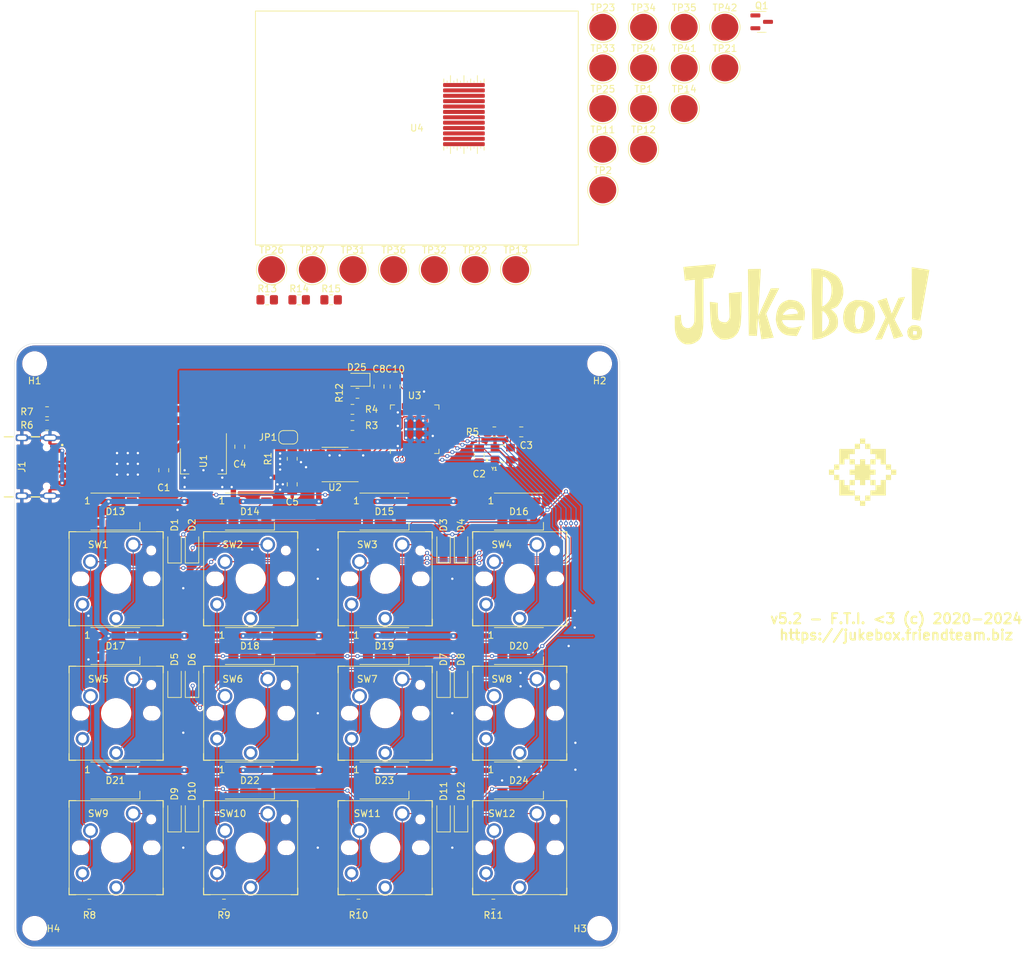
<source format=kicad_pcb>
(kicad_pcb (version 20240108) (generator "pcbnew") (generator_version "8.0")
  (title_block (title "JukeBoxV5") (date "2023-12-25") (rev "REV1") (company "Friend Team Inc."))
  (layers (0 "F.Cu" signal) (31 "B.Cu" signal) (34 "B.Paste" user) (35 "F.Paste" user) (36 "B.SilkS" user "B.Silkscreen") (37 "F.SilkS" user "F.Silkscreen") (38 "B.Mask" user) (39 "F.Mask" user) (44 "Edge.Cuts" user))
  (net 0 "")
  (net 1 "GND")
  (net 2 "VBUS")
  (net 3 "/XIN")
  (net 4 "/XOUT")
  (net 5 "+3V3")
  (net 6 "+1V1")
  (net 7 "Net-(D1-Pad1)")
  (net 8 "/~{USB_BOOT}")
  (net 9 "/GPIO15")
  (net 10 "/GPIO14")
  (net 11 "/GPIO13")
  (net 12 "/GPIO12")
  (net 13 "/GPIO11")
  (net 14 "/GPIO10")
  (net 15 "/GPIO9")
  (net 16 "/GPIO8")
  (net 17 "/GPIO7")
  (net 18 "/GPIO6")
  (net 19 "/GPIO5")
  (net 20 "/GPIO4")
  (net 21 "/GPIO3")
  (net 22 "/GPIO2")
  (net 23 "Net-(D2-Pad1)")
  (net 24 "Net-(D3-Pad1)")
  (net 25 "/GPIO29_ADC3")
  (net 26 "/GPIO28_ADC2")
  (net 27 "/GPIO27_ADC1")
  (net 28 "/GPIO26_ADC0")
  (net 29 "/GPIO19")
  (net 30 "/GPIO18")
  (net 31 "/GPIO17")
  (net 32 "/GPIO16")
  (net 33 "Net-(D4-Pad1)")
  (net 34 "Net-(D5-Pad1)")
  (net 35 "/QSPI_SS")
  (net 36 "/QSPI_SD3")
  (net 37 "/QSPI_SCLK")
  (net 38 "/QSPI_SD0")
  (net 39 "/QSPI_SD2")
  (net 40 "/QSPI_SD1")
  (net 41 "/USB_D+")
  (net 42 "/USB_D-")
  (net 43 "Net-(D6-Pad1)")
  (net 44 "Net-(D7-Pad1)")
  (net 45 "Net-(D8-Pad1)")
  (net 46 "Net-(D9-Pad1)")
  (net 47 "Net-(D10-Pad1)")
  (net 48 "Net-(D11-Pad1)")
  (net 49 "Net-(D12-Pad1)")
  (net 50 "Net-(D13-Pad2)")
  (net 51 "Net-(D14-Pad2)")
  (net 52 "Net-(D15-Pad2)")
  (net 53 "Net-(D16-Pad2)")
  (net 54 "Net-(D17-Pad2)")
  (net 55 "Net-(D18-Pad2)")
  (net 56 "Net-(D19-Pad2)")
  (net 57 "Net-(D20-Pad2)")
  (net 58 "Net-(D21-Pad2)")
  (net 59 "Net-(D22-Pad2)")
  (net 60 "Net-(D23-Pad2)")
  (net 62 "Net-(J1-PadB5)")
  (net 64 "/DBGRX")
  (net 65 "/DBGTX")
  (net 66 "/DBGSC")
  (net 67 "/DBGSD")
  (net 68 "Net-(D25-Pad2)")
  (net 69 "/RGBDOUT")
  (net 70 "/USB_R_D+")
  (net 71 "/USB_R_D-")
  (net 72 "/GPIO25")
  (net 73 "/GPIO24")
  (net 74 "/GPIO23")
  (net 75 "/GPIO22")
  (net 76 "/GPIO21")
  (net 77 "/GPIO20")
  (net 78 "Net-(J1-PadA5)")
  (net 79 "Net-(C3-Pad2)")
  (net 80 "Net-(Q1-Pad2)")
  (net 81 "Net-(Q1-Pad3)")
  (net 82 "/LEDK")
  (net 83 "+3.3V")
  (footprint "Diode_SMD:D_SOD-123" (layer "F.Cu") (at 151.89 137.25 90)
    (property "Reference" "D4")
    (property "Value" "DIODE")
  )
  (footprint "TestPoint:TestPoint_Pad_D4.0mm" (layer "F.Cu") (at 185.07 59.8)
    (property "Reference" "TP35")
    (property "Value" "TestPoint")
  )
  (footprint "RP2040_minimal:RP2040-QFN-56" (layer "F.Cu") (at 144.99 119.6 90)
    (property "Reference" "U3")
    (property "Value" "RP2040")
  )
  (footprint "Resistor_SMD:R_0805_2012Metric_Pad1.20x1.40mm_HandSolder" (layer "F.Cu") (at 127.82 100.35)
    (property "Reference" "R14")
    (property "Value" "1k")
  )
  (footprint "TestPoint:TestPoint_Pad_D4.0mm" (layer "F.Cu") (at 185.07 65.85)
    (property "Reference" "TP41")
    (property "Value" "TestPoint")
  )
  (footprint "LED_SMD:LED_WS2812B_PLCC4_5.0x5.0mm_P3.2mm" (layer "F.Cu") (at 140.49 151.85)
    (property "Reference" "D19")
    (property "Value" "WS2812B")
  )
  (footprint "Capacitor_SMD:C_0805_2012Metric_Pad1.18x1.45mm_HandSolder" (layer "F.Cu") (at 139.69 113.25 90)
    (property "Reference" "C8")
    (property "Value" "1u")
  )
  (footprint "Diode_SMD:D_0805_2012Metric_Pad1.15x1.40mm_HandSolder" (layer "F.Cu") (at 136.49 112.25 180)
    (property "Reference" "D25")
    (property "Value" "LED")
  )
  (footprint "Diode_SMD:D_SOD-123" (layer "F.Cu") (at 111.89 177.25 90)
    (property "Reference" "D10")
    (property "Value" "DIODE")
  )
  (footprint "RP2040_minimal:Kailh_Choc_MX_Key" (layer "F.Cu") (at 120.49 181.85)
    (property "Reference" "SW10")
    (property "Value" "SW_SPST")
  )
  (footprint "TestPoint:TestPoint_Pad_D4.0mm" (layer "F.Cu") (at 172.97 59.8)
    (property "Reference" "TP23")
    (property "Value" "TestPoint")
  )
  (footprint "MountingHole:MountingHole_3.2mm_M3" (layer "F.Cu") (at 88.49 193.85)
    (property "Reference" "H4")
    (property "Value" "MountingHole")
  )
  (footprint "LED_SMD:LED_WS2812B_PLCC4_5.0x5.0mm_P3.2mm" (layer "F.Cu") (at 120.49 171.85)
    (property "Reference" "D22")
    (property "Value" "WS2812B")
  )
  (footprint "TestPoint:TestPoint_Pad_D4.0mm" (layer "F.Cu") (at 135.82 95.85)
    (property "Reference" "TP31")
    (property "Value" "TestPoint")
  )
  (footprint "Resistor_SMD:R_0805_2012Metric_Pad1.20x1.40mm_HandSolder" (layer "F.Cu") (at 136.49 114.25 180)
    (property "Reference" "R12")
    (property "Value" "200")
  )
  (footprint "RP2040_minimal:XTAL_ECS-120-20-33-AEL-TR" (layer "F.Cu") (at 158.09 123.25)
    (property "Reference" "Y1")
    (property "Value" "ECS-120-20-33-AEL-TR")
  )
  (footprint "LED_SMD:LED_WS2812B_PLCC4_5.0x5.0mm_P3.2mm" (layer "F.Cu") (at 160.49 131.85)
    (property "Reference" "D16")
    (property "Value" "WS2812B")
  )
  (footprint "MountingHole:MountingHole_3.2mm_M3" (layer "F.Cu") (at 172.49 109.85)
    (property "Reference" "H2")
    (property "Value" "MountingHole")
  )
  (footprint "RP2040_minimal:FTI" (layer "F.Cu") (at 211.59 126)
    (property "Reference" "G***" (hide yes))
    (property "Value" "LOGO" (hide yes))
  )
  (footprint "RP2040_minimal:Kailh_Choc_MX_Key" (layer "F.Cu") (at 140.49 141.85)
    (property "Reference" "SW3")
    (property "Value" "SW_SPST")
  )
  (footprint "Capacitor_SMD:C_0805_2012Metric_Pad1.18x1.45mm_HandSolder" (layer "F.Cu") (at 160.84 120 180)
    (property "Reference" "C3")
    (property "Value" "32p")
  )
  (footprint "TestPoint:TestPoint_Pad_D4.0mm" (layer "F.Cu") (at 153.97 95.85)
    (property "Reference" "TP22")
    (property "Value" "TestPoint")
  )
  (footprint "Diode_SMD:D_SOD-123" (layer "F.Cu") (at 151.89 157.25 90)
    (property "Reference" "D8")
    (property "Value" "DIODE")
  )
  (footprint "RP2040_minimal:JukeBox" (layer "F.Cu") (at 202.59 101)
    (property "Reference" "G1" (hide yes))
    (property "Value" "LOGO" (hide yes))
  )
  (footprint "Package_TO_SOT_SMD:SOT-223-3_TabPin2" (layer "F.Cu") (at 113.59 124.35 -90)
    (property "Reference" "U1")
    (property "Value" "NCP1117-3.3_SOT223")
  )
  (footprint "RP2040_minimal:Kailh_Choc_MX_Key" (layer "F.Cu") (at 100.49 161.85)
    (property "Reference" "SW5")
    (property "Value" "SW_SPST")
  )
  (footprint "Resistor_SMD:R_0805_2012Metric_Pad1.20x1.40mm_HandSolder" (layer "F.Cu") (at 126.79 124 -90)
    (property "Reference" "R1")
    (property "Value" "1k")
  )
  (footprint "RP2040_minimal:Kailh_Choc_MX_Key" (layer "F.Cu") (at 100.49 141.85)
    (property "Reference" "SW1")
    (property "Value" "SW_SPST")
  )
  (footprint "RP2040_minimal:st7789v" (layer "F.Cu") (at 145.32 74.8)
    (property "Reference" "U4")
    (property "Value" "st7789v")
  )
  (footprint "Diode_SMD:D_SOD-123" (layer "F.Cu") (at 151.89 177.25 90)
    (property "Reference" "D12")
    (property "Value" "DIODE")
  )
  (footprint "Capacitor_SMD:C_0805_2012Metric_Pad1.18x1.45mm_HandSolder" (layer "F.Cu") (at 142.09 113.25 90)
    (property "Reference" "C10")
    (property "Value" "1u")
  )
  (footprint "TestPoint:TestPoint_Pad_D4.0mm" (layer "F.Cu") (at 129.77 95.85)
    (property "Reference" "TP27")
    (property "Value" "TestPoint")
  )
  (footprint "RP2040_minimal:Kailh_Choc_MX_Key" (layer "F.Cu") (at 100.49 181.85)
    (property "Reference" "SW9")
    (property "Value" "SW_SPST")
  )
  (footprint "Resistor_SMD:R_0805_2012Metric_Pad1.20x1.40mm_HandSolder" (layer "F.Cu") (at 90.34 119)
    (property "Reference" "R6")
    (property "Value" "5.11k")
  )
  (footprint "Resistor_SMD:R_0805_2012Metric_Pad1.20x1.40mm_HandSolder" (layer "F.Cu") (at 132.57 100.35)
    (property "Reference" "R15")
    (property "Value" "10k")
  )
  (footprint "Resistor_SMD:R_0805_2012Metric_Pad1.20x1.40mm_HandSolder" (layer "F.Cu") (at 135.74 119.05)
    (property "Reference" "R3")
    (property "Value" "27")
  )
  (footprint "RP2040_minimal:Kailh_Choc_MX_Key" (layer "F.Cu") (at 120.49 161.85)
    (property "Reference" "SW6")
    (property "Value" "SW_SPST")
  )
  (footprint "Package_TO_SOT_SMD:SOT-23" (layer "F.Cu") (at 196.59 59)
    (property "Reference" "Q1")
    (property "Value" "Q_NPN_ECB")
  )
  (footprint "RP2040_minimal:Kailh_Choc_MX_Key" (layer "F.Cu") (at 120.49 141.85)
    (property "Reference" "SW2")
    (property "Value" "SW_SPST")
  )
  (footprint "TestPoint:TestPoint_Pad_D4.0mm" (layer "F.Cu") (at 191.12 59.8)
    (property "Reference" "TP42")
    (property "Value" "TestPoint")
  )
  (footprint "TestPoint:TestPoint_Pad_D4.0mm" (layer "F.Cu") (at 160.02 95.85)
    (property "Reference" "TP13")
    (property "Value" "TestPoint")
  )
  (footprint "Resistor_SMD:R_0805_2012Metric_Pad1.20x1.40mm_HandSolder" (layer "F.Cu") (at 135.74 116.65)
    (property "Reference" "R4")
    (property "Value" "27")
  )
  (footprint "TestPoint:TestPoint_Pad_D4.0mm" (layer "F.Cu") (at 141.87 95.85)
    (property "Reference" "TP36")
    (property "Value" "TestPoint")
  )
  (footprint "Diode_SMD:D_SOD-123" (layer "F.Cu") (at 111.89 157.25 90)
    (property "Reference" "D6")
    (property "Value" "DIODE")
  )
  (footprint "Resistor_SMD:R_0805_2012Metric_Pad1.20x1.40mm_HandSolder" (layer "F.Cu") (at 156.69 190.25 180)
    (property "Reference" "R11")
    (property "Value" "10k")
  )
  (footprint "LED_SMD:LED_WS2812B_PLCC4_5.0x5.0mm_P3.2mm" (layer "F.Cu") (at 140.49 131.85)
    (property "Reference" "D15")
    (property "Value" "WS2812B")
  )
  (footprint "LED_SMD:LED_WS2812B_PLCC4_5.0x5.0mm_P3.2mm" (layer "F.Cu") (at 140.49 171.85)
    (property "Reference" "D23")
    (property "Value" "WS2812B")
  )
  (footprint "TestPoint:TestPoint_Pad_D4.0mm" (layer "F.Cu") (at 172.97 71.9)
    (property "Reference" "TP25")
    (property "Value" "TestPoint")
  )
  (footprint "LED_SMD:LED_WS2812B_PLCC4_5.0x5.0mm_P3.2mm" (layer "F.Cu") (at 160.49 151.85)
    (property "Reference" "D20")
    (property "Value" "WS2812B")
  )
  (footprint "TestPoint:TestPoint_Pad_D4.0mm" (layer "F.Cu") (at 123.72 95.85)
    (property "Reference" "TP26")
    (property "Value" "TestPoint")
  )
  (footprint "TestPoint:TestPoint_Pad_D4.0mm" (layer "F.Cu") (at 179.02 71.9)
    (property "Reference" "TP1")
    (property "Value" "TestPoint")
  )
  (footprint "Resistor_SMD:R_0805_2012Metric_Pad1.20x1.40mm_HandSolder" (layer "F.Cu") (at 123.07 100.35)
    (property "Reference" "R13")
    (property "Value" "10")
  )
  (footprint "LED_SMD:LED_WS2812B_PLCC4_5.0x5.0mm_P3.2mm" (layer "F.Cu") (at 100.49 151.85)
    (property "Reference" "D17")
    (property "Value" "WS2812B")
  )
  (footprint "TestPoint:TestPoint_Pad_D4.0mm" (layer "F.Cu") (at 185.07 71.9)
    (property "Reference" "TP14")
    (property "Value" "TestPoint")
  )
  (footprint "Diode_SMD:D_SOD-123" (layer "F.Cu") (at 111.89 137.25 90)
    (property "Reference" "D2")
    (property "Value" "DIODE")
  )
  (footprint "LED_SMD:LED_WS2812B_PLCC4_5.0x5.0mm_P3.2mm" (layer "F.Cu") (at 100.49 131.85)
    (property "Reference" "D13")
    (property "Value" "WS2812B")
  )
  (footprint "TestPoint:TestPoint_Pad_D4.0mm" (layer "F.Cu") (at 172.97 77.95)
    (property "Reference" "TP11")
    (property "Value" "TestPoint")
  )
  (footprint "TestPoint:TestPoint_Pad_D4.0mm" (layer "F.Cu") (at 172.97 65.85)
    (property "Reference" "TP33")
    (property "Value" "TestPoint")
  )
  (footprint "Capacitor_SMD:C_0805_2012Metric_Pad1.18x1.45mm_HandSolder" (layer "F.Cu") (at 126.79 127.8 -90)
    (property "Reference" "C5")
    (property "Value" "100n")
  )
  (footprint "RP2040_minimal:Kailh_Choc_MX_Key" (layer "F.Cu") (at 160.49 181.85)
    (property "Reference" "SW12")
    (property "Value" "SW_SPST")
  )
  (footprint "TestPoint:TestPoint_Pad_D4.0mm" (layer "F.Cu") (at 179.02 59.8)
    (property "Reference" "TP34")
    (property "Value" "TestPoint")
  )
  (footprint "Diode_SMD:D_SOD-123" (layer "F.Cu") (at 149.29 157.25 90)
    (property "Reference" "D7")
    (property "Value" "DIODE")
  )
  (footprint "Jumper:SolderJumper-2_P1.3mm_Open_RoundedPad1.0x1.5mm" (layer "F.Cu") (at 126.19 120.8)
    (property "Reference" "JP1")
    (property "Value" "SolderJumper_2_Open")
  )
  (footprint "LED_SMD:LED_WS2812B_PLCC4_5.0x5.0mm_P3.2mm" (layer "F.Cu") (at 120.49 151.85)
    (property "Reference" "D18")
    (property "Value" "WS2812B")
  )
  (footprint "MountingHole:MountingHole_3.2mm_M3" (layer "F.Cu") (at 172.49 193.85)
    (property "Reference" "H3")
    (property "Value" "MountingHole")
  )
  (footprint "RP2040_minimal:Kailh_Choc_MX_Key" (layer "F.Cu") (at 160.49 141.85)
    (property "Reference" "SW4")
    (property "Value" "SW_SPST")
  )
  (footprint "Capacitor_SMD:C_0805_2012Metric_Pad1.18x1.45mm_HandSolder" (layer "F.Cu") (at 154.59 123.5 -90)
    (property "Reference" "C2")
    (property "Value" "32p")
  )
  (footprint "Diode_SMD:D_SOD-123" (layer "F.Cu") (at 109.29 177.25 90)
    (property "Reference" "D9")
    (property "Value" "DIODE")
  )
  (footprint "TestPoint:TestPoint_Pad_D4.0mm" (layer "F.Cu") (at 172.97 84)
    (property "Reference" "TP2")
    (property "Value" "TestPoint")
  )
  (footprint "Capacitor_SMD:C_0805_2012Metric_Pad1.18x1.45mm_HandSolder" (layer "F.Cu") (at 118.99 122.2 90)
    (property "Reference" "C4")
    (property "Value" "10u")
  )
  (footprint "TestPoint:TestPoint_Pad_D4.0mm" (layer "F.Cu") (at 191.12 65.85)
    (property "Reference" "TP21")
    (property "Value" "TestPoint")
  )
  (footprint "RP2040_minimal:Kailh_Choc_MX_Key" (layer "F.Cu") (at 140.49 161.85)
    (property "Reference" "SW7")
    (property "Value" "SW_SPST")
  )
  (footprint "TestPoint:TestPoint_Pad_D4.0mm" (layer "F.Cu") (at 179.02 77.95)
    (property "Reference" "TP12")
    (property "Value" "TestPoint")
  )
  (footprint "LED_SMD:LED_WS2812B_PLCC4_5.0x5.0mm_P3.2mm" (layer "F.Cu") (at 100.49 171.85)
    (property "Reference" "D21")
    (property "Value" "WS2812B")
  )
  (footprint "Capacitor_SMD:C_0805_2012Metric_Pad1.18x1.45mm_HandSolder" (layer "F.Cu") (at 107.69 125.7 -90)
    (property "Reference" "C1")
    (property "Value" "10u")
  )
  (footprint "Diode_SMD:D_SOD-123" (layer "F.Cu") (at 109.29 137.25 90)
    (property "Reference" "D1")
    (property "Value" "DIODE")
  )
  (footprint "TestPoint:TestPoint_Pad_D4.0mm" (layer "F.Cu") (at 179.02 65.85)
    (property "Reference" "TP24")
    (property "Value" "TestPoint")
  )
  (footprint "Resistor_SMD:R_0805_2012Metric_Pad1.20x1.40mm_HandSolder" (layer "F.Cu") (at 136.64 190.25 180)
    (property "Reference" "R10")
    (property "Value" "10k")
  )
  (footprint "Resistor_SMD:R_0805_2012Metric_Pad1.20x1.40mm_HandSolder" (layer "F.Cu") (at 116.64 190.25 180)
    (property "Reference" "R9")
    (property "Value" "10k")
  )
  (footprint "Resistor_SMD:R_0805_2012Metric_Pad1.20x1.40mm_HandSolder" (layer "F.Cu") (at 90.34 117)
    (property "Reference" "R7")
    (property "Value" "5.11k")
  )
  (footprint "RP2040_minimal:Kailh_Choc_MX_Key" (layer "F.Cu") (at 140.49 181.85)
    (property "Reference" "SW11")
    (property "Value" "SW_SPST")
  )
  (footprint "Resistor_SMD:R_0805_2012Metric_Pad1.20x1.40mm_HandSolder" (layer "F.Cu") (at 156.84 120)
    (property "Reference" "R5")
    (property "Value" "1k")
  )
  (footprint "Diode_SMD:D_SOD-123" (layer "F.Cu") (at 149.29 177.25 90)
    (property "Reference" "D11")
    (property "Value" "DIODE")
  )
  (footprint "RP2040_minimal:Kailh_Choc_MX_Key" (layer "F.Cu") (at 160.49 161.85)
    (property "Reference" "SW8")
    (property "Value" "SW_SPST")
  )
  (footprint "MountingHole:MountingHole_3.2mm_M3" (layer "F.Cu") (at 88.49 109.85)
    (property "Reference" "H1")
    (property "Value" "MountingHole")
  )
  (footprint "RP2040_minimal:GCT_USB4105-GF-A" (layer "F.Cu") (at 86.59 125.2 -90)
    (property "Reference" "J1")
    (property "Value" "USB4105-GF-A")
  )
  (footprint "TestPoint:TestPoint_Pad_D4.0mm" (layer "F.Cu") (at 147.92 95.85)
    (property "Reference" "TP32")
    (property "Value" "TestPoint")
  )
  (footprint "LED_SMD:LED_WS2812B_PLCC4_5.0x5.0mm_P3.2mm" (layer "F.Cu") (at 160.49 171.85)
    (property "Reference" "D24")
    (property "Value" "WS2812B")
  )
  (footprint "LED_SMD:LED_WS2812B_PLCC4_5.0x5.0mm_P3.2mm" (layer "F.Cu") (at 120.49 131.85)
    (property "Reference" "D14")
    (property "Value" "WS2812B")
  )
  (footprint "Diode_SMD:D_SOD-123" (layer "F.Cu") (at 149.29 137.25 90)
    (property "Reference" "D3")
    (property "Value" "DIODE")
  )
  (footprint "Resistor_SMD:R_0805_2012Metric_Pad1.20x1.40mm_HandSolder" (layer "F.Cu") (at 96.64 190.25 180)
    (property "Reference" "R8")
    (property "Value" "10k")
  )
  (footprint "Diode_SMD:D_SOD-123" (layer "F.Cu") (at 109.29 157.25 90)
    (property "Reference" "D5")
    (property "Value" "DIODE")
  )
  (footprint "Package_SO:SOIC-8_3.9x4.9mm_P1.27mm" (layer "F.Cu") (at 133.155 124.85 180)
    (property "Reference" "U2")
    (property "Value" "W25Q128JVS")
  )
  (gr_arc (start 85.49 109.85) (mid 86.36868 107.72868) (end 88.49 106.85) (stroke (width 0.05)) (layer "Edge.Cuts"))
  (gr_arc (start 175.49 193.85) (mid 174.61132 195.97132) (end 172.49 196.85) (stroke (width 0.05)) (layer "Edge.Cuts"))
  (gr_line (start 85.49 193.85) (end 85.49 109.85) (stroke (width 0.05)) (layer "Edge.Cuts"))
  (gr_line (start 88.49 106.85) (end 172.49 106.85) (stroke (width 0.05)) (layer "Edge.Cuts"))
  (gr_arc (start 172.49 106.85) (mid 174.61132 107.72868) (end 175.49 109.85) (stroke (width 0.05)) (layer "Edge.Cuts"))
  (gr_arc (start 88.49 196.85) (mid 86.36868 195.97132) (end 85.49 193.85) (stroke (width 0.05)) (layer "Edge.Cuts"))
  (gr_line (start 172.49 196.85) (end 88.49 196.85) (stroke (width 0.05)) (layer "Edge.Cuts"))
  (gr_line (start 175.49 109.85) (end 175.49 193.85) (stroke (width 0.05)) (layer "Edge.Cuts"))
  (gr_text "v5.2 - F.T.I. <3 (c) 2020-2024\nhttps://jukebox.friendteam.biz" (at 216.59 149 0) (layer "F.SilkS") (effects (font (size 1.5 1.5) (thickness 0.3))))
  (segment (start 157.19 122.35) (end 158.99 124.15) (width 0.15) (layer "F.Cu") (net 1))
  (segment (start 158.99 124.15) (end 159.24 124.15) (width 0.15) (layer "F.Cu") (net 1))
  (segment (start 148.4275 120.6) (end 147.683629 120.6) (width 0.2) (layer "F.Cu") (net 1))
  (segment (start 147.683629 120.6) (end 147.683615 120.600014) (width 0.2) (layer "F.Cu") (net 1))
  (segment (start 156.94 122.35) (end 157.19 122.35) (width 0.15) (layer "F.Cu") (net 1))
  (via (at 133.84 123.5) (size 0.6) (drill 0.35) (layers "F.Cu" "B.Cu") (net 1))
  (via (at 100.74 124.75) (size 0.6) (drill 0.35) (layers "F.Cu" "B.Cu") (net 1))
  (via (at 150.59 141.85) (size 0.6) (drill 0.35) (layers "F.Cu" "B.Cu") (net 1))
  (via (at 124.99 125.6) (size 0.6) (drill 0.35) (layers "F.Cu" "B.Cu") (net 1))
  (via (at 146.39 114) (size 0.6) (drill 0.35) (layers "F.Cu" "B.Cu") (net 1))
  (via (at 124.99 123.2) (size 0.6) (drill 0.35) (layers "F.Cu" "B.Cu") (net 1))
  (via (at 160.49 169.85) (size 0.6) (drill 0.35) (layers "F.Cu" "B.Cu") (net 1))
  (via (at 125.39 127.8) (size 0.6) (drill 0.35) (layers "F.Cu" "B.Cu") (net 1))
  (via (at 110.59 143.25) (size 0.6) (drill 0.35) (layers "F.Cu" "B.Cu") (net 1))
  (via (at 103.84 124.75) (size 0.6) (drill 0.35) (layers "F.Cu" "B.Cu") (net 1))
  (via (at 137.34 123.5) (size 0.6) (drill 0.35) (layers "F.Cu" "B.Cu") (net 1))
  (via (at 130.59 161.85) (size 0.6) (drill 0.35) (layers "F.Cu" "B.Cu") (net 1))
  (via (at 168.89 170.25) (size 0.6) (drill 0.35) (layers "F.Cu" "B.Cu") (net 1))
  (via (at 168.79 146.6) (size 0.6) (drill 0.35) (layers "F.Cu" "B.Cu") (net 1))
  (via (at 103.84 126.35) (size 0.6) (drill 0.35) (layers "F.Cu" "B.Cu") (net 1))
  (via (at 150.59 161.85) (size 0.6) (drill 0.35) (layers "F.Cu" "B.Cu") (net 1))
  (via (at 124.99 124) (size 0.6) (drill 0.35) (layers "F.Cu" "B.Cu") (net 1))
  (via (at 168.79 149.1) (size 0.6) (drill 0.35) (layers "F.Cu" "B.Cu") (net 1))
  (via (at 150.59 181.85) (size 0.6) (drill 0.35) (layers "F.Cu" "B.Cu") (net 1))
  (via (at 102.34 124.75) (size 0.6) (drill 0.35) (layers "F.Cu" "B.Cu") (net 1))
  (via (at 168.89 166.25) (size 0.6) (drill 0.35) (layers "F.Cu" "B.Cu") (net 1))
  (via (at 109.74 131.6) (size 0.6) (drill 0.35) (layers "F.Cu" "B.Cu") (net 1))
  (via (at 100.74 126.35) (size 0.6) (drill 0.35) (layers "F.Cu" "B.Cu") (net 1))
  (via (at 110.59 181.85) (size 0.6) (drill 0.35) (layers "F.Cu" "B.Cu") (net 1))
  (via (at 167.89 151.85) (size 0.6) (drill 0.35) (layers "F.Cu" "B.Cu") (net 1))
  (via (at 102.34 123.15) (size 0.6) (drill 0.35) (layers "F.Cu" "B.Cu") (net 1))
  (via (at 160.74 155.85) (size 0.6) (drill 0.35) (layers "F.Cu" "B.Cu") (net 1))
  (via (at 124.99 128.6) (size 0.6) (drill 0.35) (layers "F.Cu" "B.Cu") (net 1))
  (via (at 130.59 141.85) (size 0.6) (drill 0.35) (layers "F.Cu" "B.Cu") (net 1))
  (via (at 128.84 125.25) (size 0.6) (drill 0.35) (layers "F.Cu" "B.Cu") (net 1))
  (via (at 130.59 137.5) (size 0.6) (drill 0.35) (layers "F.Cu" "B.Cu") (net 1))
  (via (at 124.59 127.8) (size 0.6) (drill 0.35) (layers "F.Cu" "B.Cu") (net 1))
  (via (at 103.84 123.15) (size 0.6) (drill 0.35) (layers "F.Cu" "B.Cu") (net 1))
  (via (at 132.34 123.5) (size 0.6) (drill 0.35) (layers "F.Cu" "B.Cu") (net 1))
  (via (at 120.84 137.5) (size 0.6) (drill 0.35) (layers "F.Cu" "B.Cu") (net 1))
  (via (at 124.99 124.8) (size 0.6) (drill 0.35) (layers "F.Cu" "B.Cu") (net 1))
  (via (at 100.74 123.15) (size 0.6) (drill 0.35) (layers "F.Cu" "B.Cu") (net 1))
  (via (at 160.74 157.85) (size 0.6) (drill 0.35) (layers "F.Cu" "B.Cu") (net 1))
  (via (at 96.49 153.85) (size 0.6) (drill 0.35) (layers "F.Cu" "B.Cu") (net 1))
  (via (at 128.09 124.5) (size 0.6) (drill 0.35) (layers "F.Cu" "B.Cu") (net 1))
  (via (at 130.59 181.85) (size 0.6) (drill 0.35) (layers "F.Cu" "B.Cu") (net 1))
  (via (at 157.99 171.85) (size 0.6) (drill 0.35) (layers "F.Cu" "B.Cu") (net 1))
  (via (at 110.59 164.75) (size 0.6) (drill 0.35) (layers "F.Cu" "B.Cu") (net 1))
  (via (at 102.34 126.35) (size 0.6) (drill 0.35) (layers "F.Cu" "B.Cu") (net 1))
  (via (at 147.683615 120.600014) (size 0.6) (drill 0.35) (layers "F.Cu" "B.Cu") (net 1))
  (via (at 96.49 147.35) (size 0.6) (drill 0.35) (layers "F.Cu" "B.Cu") (net 1))
  (segment (start 143.715 119.6) (end 143.715 118.325) (width 0.4) (layer "B.Cu") (net 1))
  (segment (start 144.99 119.6) (end 144.99 118.325) (width 0.4) (layer "B.Cu") (net 1))
  (segment (start 146.265 119.6) (end 144.99 119.6) (width 0.4) (layer "B.Cu") (net 1))
  (segment (start 144.99 119.6) (end 144.99 120.875) (width 0.4) (layer "B.Cu") (net 1))
  (segment (start 144.99 119.6) (end 143.715 119.6) (width 0.4) (layer "B.Cu") (net 1))
  (segment (start 143.715 120.875) (end 143.715 119.6) (width 0.4) (layer "B.Cu") (net 1))
  (segment (start 111.046497 121.2) (end 104.646497 127.6) (width 1) (layer "F.Cu") (net 2))
  (segment (start 111.29 121.2) (end 111.046497 121.2) (width 1) (layer "F.Cu") (net 2))
  (segment (start 92.59 122.8) (end 91.345 122.8) (width 0.6) (layer "F.Cu") (net 2))
  (segment (start 104.646497 127.6) (end 92.59 127.6) (width 1) (layer "F.Cu") (net 2))
  (segment (start 92.59 127.6) (end 91.345 127.6) (width 0.6) (layer "F.Cu") (net 2))
  (via (at 92.59 127.6) (size 0.6) (drill 0.35) (layers "F.Cu" "B.Cu") (net 2))
  (via (at 92.59 122.8) (size 0.6) (drill 0.35) (layers "F.Cu" "B.Cu") (net 2))
  (segment (start 92.59 127.6) (end 92.59 122.8) (width 0.6) (layer "B.Cu") (net 2))
  (segment (start 154.59 120.7) (end 154.59 122.4625) (width 0.15) (layer "F.Cu") (net 3))
  (segment (start 155.2525 122.4625) (end 156.94 124.15) (width 0.15) (layer "F.Cu") (net 3))
  (segment (start 148.4275 120.2) (end 154.09 120.2) (width 0.15) (layer "F.Cu") (net 3))
  (segment (start 154.09 120.2) (end 154.59 120.7) (width 0.15) (layer "F.Cu") (net 3))
  (segment (start 154.59 122.4625) (end 155.2525 122.4625) (width 0.15) (layer "F.Cu") (net 3))
  (segment (start 155.84 120) (end 155.64 119.8) (width 0.15) (layer "F.Cu") (net 4))
  (segment (start 155.64 119.8) (end 148.4275 119.8) (width 0.15) (layer "F.Cu") (net 4))
  (segment (start 138.04 130.25) (end 137.94 130.35) (width 0.8) (layer "F.Cu") (net 5))
  (segment (start 145.99 123.0375) (end 145.99 122.6) (width 0.15) (layer "F.Cu") (net 5))
  (segment (start 158.04 130.25) (end 157.94 130.35) (width 0.8) (layer "F.Cu") (net 5))
  (segment (start 99.49 170.35) (end 98.14 170.35) (width 0.8) (layer "F.Cu") (net 5))
  (segment (start 142.39 114.5875) (end 142.39 116.1625) (width 0.2) (layer "F.Cu") (net 5))
  (segment (start 142.39 116.1625) (end 142.39 116.6) (width 0.15) (layer "F.Cu") (net 5))
  (segment (start 141.5525 119) (end 141.5525 119.4) (width 0.15) (layer "F.Cu") (net 5))
  (segment (start 118.04 130.25) (end 117.94 130.35) (width 0.8) (layer "F.Cu") (net 5))
  (segment (start 119.49 150.35) (end 118.14 150.35) (width 0.8) (layer "F.Cu") (net 5))
  (segment (start 118.04 170.25) (end 117.94 170.35) (width 0.8) (layer "F.Cu") (net 5))
  (segment (start 98.14 150.35) (end 98.04 150.25) (width 0.8) (layer "F.Cu") (net 5))
  (segment (start 157.94 150.35) (end 150.74 150.35) (width 0.8) (layer "F.Cu") (net 5))
  (segment (start 118.14 170.35) (end 118.04 170.25) (width 0.8) (layer "F.Cu") (net 5))
  (segment (start 138.04 150.25) (end 137.94 150.35) (width 0.8) (layer "F.Cu") (net 5))
  (segment (start 139.49 170.35) (end 138.14 170.35) (width 0.8) (layer "F.Cu") (net 5))
  (segment (start 119.49 170.35) (end 118.14 170.35) (width 0.8) (layer "F.Cu") (net 5))
  (segment (start 117.94 170.35) (end 110.74 170.35) (width 0.8) (layer "F.Cu") (net 5))
  (segment (start 148.4275 119.4) (end 147.99 119.4) (width 0.15) (layer "F.Cu") (net 5))
  (segment (start 141.5525 117.4) (end 141.99 117.4) (width 0.15) (layer "F.Cu") (net 5))
  (segment (start 158.04 170.25) (end 157.94 170.35) (width 0.8) (layer "F.Cu") (net 5))
  (segment (start 118.14 150.35) (end 118.04 150.25) (width 0.8) (layer "F.Cu") (net 5))
  (segment (start 123.635 126.755) (end 123.59 126.8) (width 0.8) (layer "F.Cu") (net 5))
  (segment (start 99.49 150.35) (end 98.14 150.35) (width 0.8) (layer "F.Cu") (net 5))
  (segment (start 130.74 126.815) (end 130.68 126.755) (width 0.8) (layer "F.Cu") (net 5))
  (segment (start 138.14 150.35) (end 138.04 150.25) (width 0.8) (layer "F.Cu") (net 5))
  (segment (start 130.68 126.755) (end 123.635 126.755) (width 0.8) (layer "F.Cu") (net 5))
  (segment (start 99.49 130.35) (end 98.14 130.35) (width 0.8) (layer "F.Cu") (net 5))
  (segment (start 142.39 116.1625) (end 141.5525 117) (width 0.15) (layer "F.Cu") (net 5))
  (segment (start 139.49 150.35) (end 138.14 150.35) (width 0.8) (layer "F.Cu") (net 5))
  (segment (start 141.5525 119.4) (end 141.99 119.4) (width 0.15) (layer "F.Cu") (net 5))
  (segment (start 141.5525 119) (end 141.99 119) (width 0.15) (layer "F.Cu") (net 5))
  (segment (start 145.99 116.1625) (end 145.99 116.6) (width 0.15) (layer "F.Cu") (net 5))
  (segment (start 137.94 130.35) (end 130.74 130.35) (width 0.8) (layer "F.Cu") (net 5))
  (segment (start 118.04 150.25) (end 117.94 150.35) (width 0.8) (layer "F.Cu") (net 5))
  (segment (start 117.94 130.35) (end 110.74 130.35) (width 0.8) (layer "F.Cu") (net 5))
  (segment (start 139.49 130.35) (end 138.14 130.35) (width 0.8) (layer "F.Cu") (net 5))
  (segment (start 157.94 130.35) (end 150.74 130.35) (width 0.8) (layer "F.Cu") (net 5))
  (segment (start 138.04 170.25) (end 137.94 170.35) (width 0.8) (layer "F.Cu") (net 5))
  (segment (start 118.14 130.35) (end 118.04 130.25) (width 0.8) (layer "F.Cu") (net 5))
  (segment (start 98.14 170.35) (end 98.04 170.25) (width 0.8) (layer "F.Cu") (net 5))
  (segment (start 141.5525 117) (end 141.99 117) (width 0.15) (layer "F.Cu") (net 5))
  (segment (start 158.04 150.25) (end 157.94 150.35) (width 0.8) (layer "F.Cu") (net 5))
  (segment (start 138.14 130.35) (end 138.04 130.25) (width 0.8) (layer "F.Cu") (net 5))
  (segment (start 142.39 123.0375) (end 142.39 122.6) (width 0.15) (layer "F.Cu") (net 5))
  (segment (start 118.04 130.25) (end 118.04 128.45) (width 0.8) (layer "F.Cu") (net 5))
  (segment (start 119.49 130.35) (end 118.14 130.35) (width 0.8) (layer "F.Cu") (net 5))
  (segment (start 137.94 170.35) (end 130.74 170.35) (width 0.8) (layer "F.Cu") (net 5))
  (segment (start 98.14 130.35) (end 98.04 130.25) (width 0.8) (layer "F.Cu") (net 5))
  (segment (start 138.14 170.35) (end 138.04 170.25) (width 0.8) (layer "F.Cu") (net 5))
  (segment (start 142.09 114.2875) (end 142.39 114.5875) (width 0.2) (layer "F.Cu") (net 5))
  (segment (start 118.04 128.45) (end 117.79 128.2) (width 0.8) (layer "F.Cu") (net 5))
  (segment (start 137.94 150.35) (end 130.74 150.35) (width 0.8) (layer "F.Cu") (net 5))
  (segment (start 157.94 170.35) (end 150.74 170.35) (width 0.8) (layer "F.Cu") (net 5))
  (segment (start 147.99 117.8) (end 148.4275 117.8) (width 0.15) (layer "F.Cu") (net 5))
  (segment (start 141.5525 117) (end 141.5525 117.4) (width 0.15) (layer "F.Cu") (net 5))
  (segment (start 130.74 130.35) (end 130.74 126.815) (width 0.8) (layer "F.Cu") (net 5))
  (segment (start 117.94 150.35) (end 110.74 150.35) (width 0.8) (layer "F.Cu") (net 5))
  (via (at 139.49 170.35) (size 0.6) (drill 0.35) (layers "F.Cu" "B.Cu") (net 5))
  (via (at 142.49 117.1) (size 0.6) (drill 0.35) (layers "F.Cu" "B.Cu") (net 5))
  (via (at 142.49 122.1) (size 0.6) (drill 0.35) (layers "F.Cu" "B.Cu") (net 5))
  (via (at 139.49 130.35) (size 0.6) (drill 0.35) (layers "F.Cu" "B.Cu") (net 5))
  (via (at 110.79 126.8) (size 0.6) (drill 0.35) (layers "F.Cu" "B.Cu") (net 5))
  (via (at 110.74 170.35) (size 0.6) (drill 0.35) (layers "F.Cu" "B.Cu") (net 5))
  (via (at 99.49 150.35) (size 0.6) (drill 0.35) (layers "F.Cu" "B.Cu") (net 5))
  (via (at 99.49 130.35) (size 0.6) (drill 0.35) (layers "F.Cu" "B.Cu") (net 5))
  (via (at 119.49 170.35) (size 0.6) (drill 0.35) (layers "F.Cu" "B.Cu") (net 5))
  (via (at 139.49 150.35) (size 0.6) (drill 0.35) (layers "F.Cu" "B.Cu") (net 5))
  (via (at 99.49 170.35) (size 0.6) (drill 0.35) (layers "F.Cu" "B.Cu") (net 5))
  (via (at 110.74 150.35) (size 0.6) (drill 0.35) (layers "F.Cu" "B.Cu") (net 5))
  (via (at 130.74 170.35) (size 0.6) (drill 0.35) (layers "F.Cu" "B.Cu") (net 5))
  (via (at 150.74 170.35) (size 0.6) (drill 0.35) (layers "F.Cu" "B.Cu") (net 5))
  (via (at 119.49 150.35) (size 0.6) (drill 0.35) (layers "F.Cu" "B.Cu") (net 5))
  (via (at 123.59 126.8) (size 0.6) (drill 0.35) (layers "F.Cu" "B.Cu") (net 5))
  (via (at 150.74 150.35) (size 0.6) (drill 0.35) (layers "F.Cu" "B.Cu") (net 5))
  (via (at 110.79 125.7) (size 0.6) (drill 0.35) (layers "F.Cu" "B.Cu") (net 5))
  (via (at 113.59 125.7) (size 0.6) (drill 0.35) (layers "F.Cu" "B.Cu") (net 5))
  (via (at 130.74 150.35) (size 0.6) (drill 0.35) (layers "F.Cu" "B.Cu") (net 5))
  (via (at 116.39 125.7) (size 0.6) (drill 0.35) (layers "F.Cu" "B.Cu") (net 5))
  (via (at 117.79 128.2) (size 0.6) (drill 0.35) (layers "F.Cu" "B.Cu") (net 5))
  (via (at 130.74 130.35) (size 0.6) (drill 0.35) (layers "F.Cu" "B.Cu") (net 5))
  (via (at 142.49 119.1) (size 0.6) (drill 0.35) (layers "F.Cu" "B.Cu") (net 5))
  (via (at 110.74 130.35) (size 0.6) (drill 0.35) (layers "F.Cu" "B.Cu") (net 5))
  (via (at 110.79 128.2) (size 0.6) (drill 0.35) (layers "F.Cu" "B.Cu") (net 5))
  (via (at 119.49 130.35) (size 0.6) (drill 0.35) (layers "F.Cu" "B.Cu") (net 5))
  (via (at 116.39 128.2) (size 0.6) (drill 0.35) (layers "F.Cu" "B.Cu") (net 5))
  (via (at 150.74 130.35) (size 0.6) (drill 0.35) (layers "F.Cu" "B.Cu") (net 5))
  (via (at 116.39 126.8) (size 0.6) (drill 0.35) (layers "F.Cu" "B.Cu") (net 5))
  (segment (start 98.49 151.35) (end 99.49 150.35) (width 0.8) (layer "B.Cu") (net 5))
  (segment (start 98.49 131.35) (end 99.49 130.35) (width 0.8) (layer "B.Cu") (net 5))
  (segment (start 110.74 150.35) (end 99.49 150.35) (width 0.8) (layer "B.Cu") (net 5))
  (segment (start 98.49 140.1) (end 98.49 131.35) (width 0.8) (layer "B.Cu") (net 5))
  (segment (start 98.49 160.1) (end 98.49 151.35) (width 0.8) (layer "B.Cu") (net 5))
  (segment (start 130.74 150.35) (end 119.49 150.35) (width 0.8) (layer "B.Cu") (net 5))
  (segment (start 150.74 150.35) (end 139.49 150.35) (width 0.8) (layer "B.Cu") (net 5))
  (segment (start 97.74 160.85) (end 98.49 160.1) (width 0.8) (layer "B.Cu") (net 5))
  (segment (start 99.49 170.35) (end 97.74 168.6) (width 0.8) (layer "B.Cu") (net 5))
  (segment (start 99.49 150.35) (end 97.74 148.6) (width 0.8) (layer "B.Cu") (net 5))
  (segment (start 130.74 170.35) (end 119.49 170.35) (width 0.8) (layer "B.Cu") (net 5))
  (segment (start 97.74 140.85) (end 98.49 140.1) (width 0.8) (layer "B.Cu") (net 5))
  (segment (start 97.74 148.6) (end 97.74 140.85) (width 0.8) (layer "B.Cu") (net 5))
  (segment (start 97.74 168.6) (end 97.74 160.85) (width 0.8) (layer "B.Cu") (net 5))
  (segment (start 110.74 170.35) (end 99.49 170.35) (width 0.8) (layer "B.Cu") (net 5))
  (segment (start 110.74 130.35) (end 99.49 130.35) (width 0.8) (layer "B.Cu") (net 5))
  (segment (start 150.74 130.35) (end 139.49 130.35) (width 0.8) (layer "B.Cu") (net 5))
  (segment (start 150.74 170.35) (end 139.49 170.35) (width 0.8) (layer "B.Cu") (net 5))
  (segment (start 130.74 130.35) (end 119.49 130.35) (width 0.8) (layer "B.Cu") (net 5))
  (segment (start 143.14 119.45) (end 142.79 119.8) (width 0.2) (layer "F.Cu") (net 6))
  (segment (start 143.14 117.9808) (end 143.14 119.45) (width 0.2) (layer "F.Cu") (net 6))
  (segment (start 142.79 119.8) (end 141.5525 119.8) (width 0.2) (layer "F.Cu") (net 6))
  (segment (start 142.9592 117.8) (end 143.14 117.9808) (width 0.2) (layer "F.Cu") (net 6))
  (segment (start 148.4275 119) (end 147.14 119) (width 0.2) (layer "F.Cu") (net 6))
  (segment (start 141.04 117.8) (end 139.69 116.45) (width 0.2) (layer "F.Cu") (net 6))
  (segment (start 141.5525 117.8) (end 142.9592 117.8) (width 0.2) (layer "F.Cu") (net 6))
  (segment (start 146.84 118.7) (end 146.84 117.9808) (width 0.2) (layer "F.Cu") (net 6))
  (segment (start 146.6092 117.75) (end 143.3708 117.75) (width 0.2) (layer "F.Cu") (net 6))
  (segment (start 147.14 119) (end 146.84 118.7) (width 0.2) (layer "F.Cu") (net 6))
  (segment (start 146.84 117.9808) (end 146.6092 117.75) (width 0.2) (layer "F.Cu") (net 6))
  (segment (start 143.3708 117.75) (end 143.14 117.9808) (width 0.2) (layer "F.Cu") (net 6))
  (segment (start 141.5525 117.8) (end 141.04 117.8) (width 0.2) (layer "F.Cu") (net 6))
  (segment (start 139.69 116.45) (end 139.69 114.2875) (width 0.2) (layer "F.Cu") (net 6))
  (segment (start 107.16 136.77) (end 109.29 138.9) (width 0.15) (layer "F.Cu") (net 7))
  (segment (start 103.15 136.77) (end 107.16 136.77) (width 0.15) (layer "F.Cu") (net 7))
  (segment (start 103.15 145.21) (end 100.61 147.75) (width 0.15) (layer "B.Cu") (net 7))
  (segment (start 103.15 136.77) (end 103.15 145.21) (width 0.15) (layer "B.Cu") (net 7))
  (segment (start 126.84 122.95) (end 126.79 123) (width 0.15) (layer "F.Cu") (net 8))
  (segment (start 126.84 120.8) (end 126.84 122.95) (width 0.15) (layer "F.Cu") (net 8))
  (segment (start 167.59 139.5) (end 156.99 139.5) (width 0.15) (layer "F.Cu") (net 9))
  (segment (start 156.99 139.5) (end 156.8 139.31) (width 0.15) (layer "F.Cu") (net 9))
  (segment (start 155.61 190.17) (end 155.69 190.25) (width 0.15) (layer "F.Cu") (net 9))
  (segment (start 149.29 120.8) (end 149.09 121) (width 0.15) (layer "F.Cu") (net 9))
  (segment (start 168.99 138.1) (end 167.59 139.5) (width 0.15) (layer "F.Cu") (net 9))
  (segment (start 153.59 120.85) (end 153.54 120.8) (width 0.15) (layer "F.Cu") (net 9))
  (segment (start 153.54 120.8) (end 149.29 120.8) (width 0.15) (layer "F.Cu") (net 9))
  (segment (start 149.09 121) (end 148.4275 121) (width 0.15) (layer "F.Cu") (net 9))
  (segment (start 168.99 133.6) (end 168.99 138.1) (width 0.15) (layer "F.Cu") (net 9))
  (segment (start 155.61 185.65) (end 155.61 190.17) (width 0.15) (layer "F.Cu") (net 9))
  (via (at 153.59 120.85) (size 0.6) (drill 0.35) (layers "F.Cu" "B.Cu") (net 9))
  (via (at 168.99 133.6) (size 0.6) (drill 0.35) (layers "F.Cu" "B.Cu") (net 9))
  (segment (start 168.99 131.35) (end 168.99 133.6) (width 0.15) (layer "B.Cu") (net 9))
  (segment (start 155.61 178.12) (end 156.8 179.31) (width 0.15) (layer "B.Cu") (net 9))
  (segment (start 156.8 184.46) (end 155.61 185.65) (width 0.15) (layer "B.Cu") (net 9))
  (segment (start 153.59 120.85) (end 158.49 120.85) (width 0.15) (layer "B.Cu") (net 9))
  (segment (start 156.8 164.46) (end 155.61 165.65) (width 0.15) (layer "B.Cu") (net 9))
  (segment (start 155.61 145.65) (end 155.61 158.12) (width 0.15) (layer "B.Cu") (net 9))
  (segment (start 155.61 165.65) (end 155.61 178.12) (width 0.15) (layer "B.Cu") (net 9))
  (segment (start 156.8 179.31) (end 156.8 184.46) (width 0.15) (layer "B.Cu") (net 9))
  (segment (start 158.49 120.85) (end 168.99 131.35) (width 0.15) (layer "B.Cu") (net 9))
  (segment (start 156.8 139.31) (end 156.8 144.46) (width 0.15) (layer "B.Cu") (net 9))
  (segment (start 156.8 159.31) (end 156.8 164.46) (width 0.15) (layer "B.Cu") (net 9))
  (segment (start 155.61 158.12) (end 156.8 159.31) (width 0.15) (layer "B.Cu") (net 9))
  (segment (start 156.8 144.46) (end 155.61 145.65) (width 0.15) (layer "B.Cu") (net 9))
  (segment (start 156.24 137.85) (end 154.59 139.5) (width 0.15) (layer "F.Cu") (net 10))
  (segment (start 158.715 139.2) (end 157.365 137.85) (width 0.15) (layer "F.Cu") (net 10))
  (segment (start 152.84 121.379978) (end 148.447522 121.379978) (width 0.15) (layer "F.Cu") (net 10))
  (segment (start 157.365 137.85) (end 156.24 137.85) (width 0.15) (layer "F.Cu") (net 10))
  (segment (start 135.61 185.65) (end 135.61 190.22) (width 0.15) (layer "F.Cu") (net 10))
  (segment (start 167.14 139.2) (end 158.715 139.2) (width 0.15) (layer "F.Cu") (net 10))
  (segment (start 168.24 133.6) (end 168.24 138.1) (width 0.15) (layer "F.Cu") (net 10))
  (segment (start 146.84 139.5) (end 136.99 139.5) (width 0.15) (layer "F.Cu") (net 10))
  (segment (start 135.61 190.22) (end 135.64 190.25) (width 0.15) (layer "F.Cu") (net 10))
  (segment (start 136.99 139.5) (end 136.8 139.31) (width 0.15) (layer "F.Cu") (net 10))
  (segment (start 148.447522 121.379978) (end 148.4275 121.4) (width 0.15) (layer "F.Cu") (net 10))
  (segment (start 168.24 138.1) (end 167.14 139.2) (width 0.15) (layer "F.Cu") (net 10))
  (via (at 168.24 133.6) (size 0.6) (drill 0.35) (layers "F.Cu" "B.Cu") (net 10))
  (via (at 152.84 121.379978) (size 0.6) (drill 0.35) (layers "F.Cu" "B.Cu") (net 10))
  (via (at 154.59 139.5) (size 0.6) (drill 0.35) (layers "F.Cu" "B.Cu") (net 10))
  (via (at 146.84 139.5) (size 0.6) (drill 0.35) (layers "F.Cu" "B.Cu") (net 10))
  (segment (start 168.24 131.35) (end 168.24 133.6) (width 0.15) (layer "B.Cu") (net 10))
  (segment (start 152.84 121.379978) (end 158.269978 121.379978) (width 0.15) (layer "B.Cu") (net 10))
  (segment (start 135.61 145.65) (end 135.61 158.12) (width 0.15) (layer "B.Cu") (net 10))
  (segment (start 136.8 139.31) (end 136.8 144.46) (width 0.15) (layer "B.Cu") (net 10))
  (segment (start 135.61 178.12) (end 136.8 179.31) (width 0.15) (layer "B.Cu") (net 10))
  (segment (start 135.61 165.65) (end 135.61 178.12) (width 0.15) (layer "B.Cu") (net 10))
  (segment (start 136.8 164.46) (end 135.61 165.65) (width 0.15) (layer "B.Cu") (net 10))
  (segment (start 136.8 179.31) (end 136.8 184.46) (width 0.15) (layer "B.Cu") (net 10))
  (segment (start 158.269978 121.379978) (end 168.24 131.35) (width 0.15) (layer "B.Cu") (net 10))
  (segment (start 135.61 158.12) (end 136.8 159.31) (width 0.15) (layer "B.Cu") (net 10))
  (segment (start 136.8 144.46) (end 135.61 145.65) (width 0.15) (layer "B.Cu") (net 10))
  (segment (start 136.8 184.46) (end 135.61 185.65) (width 0.15) (layer "B.Cu") (net 10))
  (segment (start 146.84 139.5) (end 154.59 139.5) (width 0.15) (layer "B.Cu") (net 10))
  (segment (start 136.8 159.31) (end 136.8 164.46) (width 0.15) (layer "B.Cu") (net 10))
  (segment (start 155.79 137.55) (end 157.489264 137.55) (width 0.15) (layer "F.Cu") (net 11))
  (segment (start 151.980044 121.8) (end 148.4275 121.8) (width 0.15) (layer "F.Cu") (net 11))
  (segment (start 167.49 138.1) (end 167.49 133.6) (width 0.15) (layer "F.Cu") (net 11))
  (segment (start 136.24 137.85) (end 134.78 139.31) (width 0.15) (layer "F.Cu") (net 11))
  (segment (start 138.59 139.2) (end 137.24 137.85) (width 0.15) (layer "F.Cu") (net 11))
  (segment (start 137.24 137.85) (end 136.24 137.85) (width 0.15) (layer "F.Cu") (net 11))
  (segment (start 154.59 138.75) (end 155.79 137.55) (width 0.15) (layer "F.Cu") (net 11))
  (segment (start 146.39 139.2) (end 138.59 139.2) (width 0.15) (layer "F.Cu") (net 11))
  (segment (start 115.61 185.65) (end 115.61 190.22) (width 0.15) (layer "F.Cu") (net 11))
  (segment (start 157.489264 137.55) (end 158.839264 138.9) (width 0.15) (layer "F.Cu") (net 11))
  (segment (start 166.69 138.9) (end 167.49 138.1) (width 0.15) (layer "F.Cu") (net 11))
  (segment (start 146.84 138.75) (end 146.39 139.2) (width 0.15) (layer "F.Cu") (net 11))
  (segment (start 134.78 139.31) (end 116.8 139.31) (width 0.15) (layer "F.Cu") (net 11))
  (segment (start 115.61 190.22) (end 115.64 190.25) (width 0.15) (layer "F.Cu") (net 11))
  (segment (start 152.09 121.909956) (end 151.980044 121.8) (width 0.15) (layer "F.Cu") (net 11))
  (segment (start 158.839264 138.9) (end 166.69 138.9) (width 0.15) (layer "F.Cu") (net 11))
  (via (at 167.49 133.6) (size 0.6) (drill 0.35) (layers "F.Cu" "B.Cu") (net 11))
  (via (at 152.09 121.909956) (size 0.6) (drill 0.35) (layers "F.Cu" "B.Cu") (net 11))
  (via (at 154.59 138.75) (size 0.6) (drill 0.35) (layers "F.Cu" "B.Cu") (net 11))
  (via (at 146.84 138.75) (size 0.6) (drill 0.35) (layers "F.Cu" "B.Cu") (net 11))
  (segment (start 115.61 158.12) (end 116.8 159.31) (width 0.15) (layer "B.Cu") (net 11))
  (segment (start 116.8 179.31) (end 116.8 184.46) (width 0.15) (layer "B.Cu") (net 11))
  (segment (start 116.8 159.31) (end 116.8 164.46) (width 0.15) (layer "B.Cu") (net 11))
  (segment (start 116.8 184.46) (end 115.61 185.65) (width 0.15) (layer "B.Cu") (net 11))
  (segment (start 116.8 164.46) (end 115.61 165.65) (width 0.15) (layer "B.Cu") (net 11))
  (segment (start 147.29 139.2) (end 146.84 138.75) (width 0.15) (layer "B.Cu") (net 11))
  (segment (start 152.09 121.909956) (end 158.049956 121.909956) (width 0.15) (layer "B.Cu") (net 11))
  (segment (start 167.49 131.35) (end 167.49 133.6) (width 0.15) (layer "B.Cu") (net 11))
  (segment (start 154.59 138.75) (end 154.14 139.2) (width 0.15) (layer "B.Cu") (net 11))
  (segment (start 154.14 139.2) (end 147.29 139.2) (width 0.15) (layer "B.Cu") (net 11))
  (segment (start 115.61 178.12) (end 116.8 179.31) (width 0.15) (layer "B.Cu") (net 11))
  (segment (start 115.61 145.65) (end 115.61 158.12) (width 0.15) (layer "B.Cu") (net 11))
  (segment (start 116.8 144.46) (end 115.61 145.65) (width 0.15) (layer "B.Cu") (net 11))
  (segment (start 116.8 139.31) (end 116.8 144.46) (width 0.15) (layer "B.Cu") (net 11))
  (segment (start 115.61 165.65) (end 115.61 178.12) (width 0.15) (layer "B.Cu") (net 11))
  (segment (start 158.049956 121.909956) (end 167.49 131.35) (width 0.15) (layer "B.Cu") (net 11))
  (segment (start 154.59 138) (end 155.34 137.25) (width 0.15) (layer "F.Cu") (net 12))
  (segment (start 157.613528 137.25) (end 158.963528 138.6) (width 0.15) (layer "F.Cu") (net 12))
  (segment (start 102.84 140.25) (end 101.9 139.31) (width 0.15) (layer "F.Cu") (net 12))
  (segment (start 155.34 137.25) (end 157.613528 137.25) (width 0.15) (layer "F.Cu") (net 12))
  (segment (start 137.364264 137.55) (end 136.115736 137.55) (width 0.15) (layer "F.Cu") (net 12))
  (segment (start 95.61 185.65) (end 95.61 190.22) (width 0.15) (layer "F.Cu") (net 12))
  (segment (start 138.714264 138.9) (end 137.364264 137.55) (width 0.15) (layer "F.Cu") (net 12))
  (segment (start 145.94 138.9) (end 138.714264 138.9) (width 0.15) (layer "F.Cu") (net 12))
  (segment (start 136.115736 137.55) (end 134.655736 139.01) (width 0.15) (layer "F.Cu") (net 12))
  (segment (start 110.59 140.25) (end 102.84 140.25) (width 0.15) (layer "F.Cu") (net 12))
  (segment (start 166.24 138.6) (end 166.74 138.1) (width 0.15) (layer "F.Cu") (net 12))
  (segment (start 116.24 137.85) (end 114.74 139.35) (width 0.15) (layer "F.Cu") (net 12))
  (segment (start 95.61 190.22) (end 95.64 190.25) (width 0.15) (layer "F.Cu") (net 12))
  (segment (start 166.74 138.1) (end 166.74 133.6) (width 0.15) (layer "F.Cu") (net 12))
  (segment (start 151.100066 122.2) (end 148.4275 122.2) (width 0.15) (layer "F.Cu") (net 12))
  (segment (start 117.24 137.85) (end 116.24 137.85) (width 0.15) (layer "F.Cu") (net 12))
  (segment (start 146.84 138) (end 145.94 138.9) (width 0.15) (layer "F.Cu") (net 12))
  (segment (start 118.4 139.01) (end 117.24 137.85) (width 0.15) (layer "F.Cu") (net 12))
  (segment (start 134.655736 139.01) (end 118.4 139.01) (width 0.15) (layer "F.Cu") (net 12))
  (segment (start 101.9 139.31) (end 96.8 139.31) (width 0.15) (layer "F.Cu") (net 12))
  (segment (start 151.34 122.439934) (end 151.100066 122.2) (width 0.15) (layer "F.Cu") (net 12))
  (segment (start 158.963528 138.6) (end 166.24 138.6) (width 0.15) (layer "F.Cu") (net 12))
  (via (at 166.74 133.6) (size 0.6) (drill 0.35) (layers "F.Cu" "B.Cu") (net 12))
  (via (at 114.74 139.35) (size 0.6) (drill 0.35) (layers "F.Cu" "B.Cu") (net 12))
  (via (at 151.34 122.439934) (size 0.6) (drill 0.35) (layers "F.Cu" "B.Cu") (net 12))
  (via (at 154.59 138) (size 0.6) (drill 0.35) (layers "F.Cu" "B.Cu") (net 12))
  (via (at 110.59 140.25) (size 0.6) (drill 0.35) (layers "F.Cu" "B.Cu") (net 12))
  (via (at 146.84 138) (size 0.6) (drill 0.35) (layers "F.Cu" "B.Cu") (net 12))
  (segment (start 95.61 145.65) (end 95.61 158.12) (width 0.15) (layer "B.Cu") (net 12))
  (segment (start 153.69 138.9) (end 147.74 138.9) (width 0.15) (layer "B.Cu") (net 12))
  (segment (start 157.829934 122.439934) (end 166.74 131.35) (width 0.15) (layer "B.Cu") (net 12))
  (segment (start 96.8 144.46) (end 95.61 145.65) (width 0.15) (layer "B.Cu") (net 12))
  (segment (start 96.8 164.46) (end 95.61 165.65) (width 0.15) (layer "B.Cu") (net 12))
  (segment (start 110.59 140.25) (end 113.84 140.25) (width 0.15) (layer "B.Cu") (net 12))
  (segment (start 113.84 140.25) (end 114.74 139.35) (width 0.15) (layer "B.Cu") (net 12))
  (segment (start 95.61 158.12) (end 96.8 159.31) (width 0.15) (layer "B.Cu") (net 12))
  (segment (start 96.8 159.31) (end 96.8 164.46) (width 0.15) (layer "B.Cu") (net 12))
  (segment (start 96.8 184.46) (end 95.61 185.65) (width 0.15) (layer "B.Cu") (net 12))
  (segment (start 154.59 138) (end 153.69 138.9) (width 0.15) (layer "B.Cu") (net 12))
  (segment (start 96.8 179.31) (end 96.8 184.46) (width 0.15) (layer "B.Cu") (net 12))
  (segment (start 95.61 165.65) (end 95.61 178.12) (width 0.15) (layer "B.Cu") (net 12))
  (segment (start 95.61 178.12) (end 96.8 179.31) (width 0.15) (layer "B.Cu") (net 12))
  (segment (start 96.8 139.31) (end 96.8 144.46) (width 0.15) (layer "B.Cu") (net 12))
  (segment (start 166.74 131.35) (end 166.74 133.6) (width 0.15) (layer "B.Cu") (net 12))
  (segment (start 151.34 122.439934) (end 157.829934 122.439934) (width 0.15) (layer "B.Cu") (net 12))
  (segment (start 147.74 138.9) (end 146.84 138) (width 0.15) (layer "B.Cu") (net 12))
  (segment (start 116.49 173.1) (end 114.39 173.1) (width 0.15) (layer "F.Cu") (net 13))
  (segment (start 109.29 175.6) (end 111.89 175.6) (width 0.15) (layer "F.Cu") (net 13))
  (segment (start 149.29 175.6) (end 148.74 175.05) (width 0.15) (layer "F.Cu") (net 13))
  (segment (start 153.99 175.6) (end 151.89 175.6) (width 0.15) (layer "F.Cu") (net 13))
  (segment (start 136.69 175.05) (end 134.99 173.35) (width 0.15) (layer "F.Cu") (net 13))
  (segment (start 114.39 173.1) (end 111.89 175.6) (width 0.15) (layer "F.Cu") (net 13))
  (segment (start 149.29 175.6) (end 151.89 175.6) (width 0.15) (layer "F.Cu") (net 13))
  (segment (start 150.5525 123.0375) (end 147.59 123.0375) (width 0.15) (layer "F.Cu") (net 13))
  (segment (start 150.59 123) (end 150.5525 123.0375) (width 0.15) (layer "F.Cu") (net 13))
  (segment (start 148.74 175.05) (end 136.69 175.05) (width 0.15) (layer "F.Cu") (net 13))
  (segment (start 156.49 173.1) (end 153.99 175.6) (width 0.15) (layer "F.Cu") (net 13))
  (via (at 150.59 123) (size 0.6) (drill 0.35) (layers "F.Cu" "B.Cu") (net 13))
  (via (at 116.49 173.1) (size 0.6) (drill 0.35) (layers "F.Cu" "B.Cu") (net 13))
  (via (at 134.99 173.35) (size 0.6) (drill 0.35) (layers "F.Cu" "B.Cu") (net 13))
  (via (at 156.49 173.1) (size 0.6) (drill 0.35) (layers "F.Cu" "B.Cu") (net 13))
  (segment (start 167.99 148.6) (end 166.16 150.43) (width 0.15) (layer "B.Cu") (net 13))
  (segment (start 116.7525 173.3625) (end 120.49 173.3625) (width 0.15) (layer "B.Cu") (net 13))
  (segment (start 116.49 173.1) (end 116.7525 173.3625) (width 0.15) (layer "B.Cu") (net 13))
  (segment (start 167.99 135.8) (end 167.99 148.6) (width 0.15) (layer "B.Cu") (net 13))
  (segment (start 166.16 150.43) (end 171.465 150.43) (width 0.15) (layer "B.Cu") (net 13))
  (segment (start 164.49 169.35) (end 164.49 152.1) (width 0.15) (layer "B.Cu") (net 13))
  (segment (start 156.59 173) (end 160.84 173) (width 0.15) (layer "B.Cu") (net 13))
  (segment (start 120.49 173.3625) (end 120.5025 173.35) (width 0.15) (layer "B.Cu") (net 13))
  (segment (start 160.84 173) (end 164.49 169.35) (width 0.15) (layer "B.Cu") (net 13))
  (segment (start 150.59 123) (end 157.64 123) (width 0.15) (layer "B.Cu") (net 13))
  (segment (start 120.5025 173.35) (end 134.99 173.35) (width 0.15) (layer "B.Cu") (net 13))
  (segment (start 156.49 173.1) (end 156.59 173) (width 0.15) (layer "B.Cu") (net 13))
  (segment (start 164.49 152.1) (end 166.16 150.43) (width 0.15) (layer "B.Cu") (net 13))
  (segment (start 165.99 131.35) (end 165.99 133.8) (width 0.15) (layer "B.Cu") (net 13))
  (segment (start 157.64 123) (end 165.99 131.35) (width 0.15) (layer "B.Cu") (net 13))
  (segment (start 165.99 133.8) (end 167.99 135.8) (width 0.15) (layer "B.Cu") (net 13))
  (segment (start 171.465 150.43) (end 171.49 150.405) (width 0.15) (layer "B.Cu") (net 13))
  (segment (start 147.74 123.8) (end 147.44 123.8) (width 0.15) (layer "F.Cu") (net 14))
  (segment (start 147.94 123.6) (end 147.74 123.8) (width 0.15) (layer "F.Cu") (net 14))
  (segment (start 111.89 155.6) (end 114.14 153.35) (width 0.15) (layer "F.Cu") (net 14))
  (segment (start 150.59 155.25) (end 149.64 155.25) (width 0.15) (layer "F.Cu") (net 14))
  (segment (start 156.49 153.35) (end 150.7405 153.35) (width 0.15) (layer "F.Cu") (net 14))
  (segment (start 116.49 153.35) (end 114.19 153.35) (width 0.15) (layer "F.Cu") (net 14))
  (segment (start 150.59 155.25) (end 151.54 155.25) (width 0.15) (layer "F.Cu") (net 14))
  (segment (start 109.29 155.6) (end 111.89 155.6) (width 0.15) (layer "F.Cu") (net 14))
  (segment (start 163.9655 151.85) (end 167.9505 147.865) (width 0.15) (layer "F.Cu") (net 14))
  (segment (start 167.9505 147.865) (end 171.49 147.865) (width 0.15) (layer "F.Cu") (net 14))
  (segment (start 147.44 123.8) (end 147.19 123.55) (width 0.15) (layer "F.Cu") (net 14))
  (segment (start 150.7405 153.35) (end 150.74 153.3505) (width 0.15) (layer "F.Cu") (net 14))
  (segment (start 114.14 153.35) (end 114.19 153.35) (width 0.15) (layer "F.Cu") (net 14))
  (segment (start 149.84 123.6) (end 147.94 123.6) (width 0.15) (layer "F.Cu") (net 14))
  (segment (start 147.19 123.55) (end 147.19 123.0375) (width 0.15) (layer "F.Cu") (net 14))
  (segment (start 136.49 153.35) (end 134.99 153.35) (width 0.15) (layer "F.Cu") (net 14))
  (segment (start 151.54 155.25) (end 151.89 155.6) (width 0.15) (layer "F.Cu") (net 14))
  (segment (start 149.64 155.25) (end 149.29 155.6) (width 0.15) (layer "F.Cu") (net 14))
  (via (at 134.99 153.35) (size 0.6) (drill 0.35) (layers "F.Cu" "B.Cu") (net 14))
  (via (at 163.9655 151.85) (size 0.6) (drill 0.35) (layers "F.Cu" "B.Cu") (net 14))
  (via (at 150.59 155.25) (size 0.6) (drill 0.35) (layers "F.Cu" "B.Cu") (net 14))
  (via (at 136.49 153.35) (size 0.6) (drill 0.35) (layers "F.Cu" "B.Cu") (net 14))
  (via (at 149.84 123.6) (size 0.6) (drill 0.35) (layers "F.Cu" "B.Cu") (net 14))
  (via (at 116.49 153.35) (size 0.6) (drill 0.35) (layers "F.Cu" "B.Cu") (net 14))
  (via (at 156.49 153.35) (size 0.6) (drill 0.35) (layers "F.Cu" "B.Cu") (net 14))
  (via (at 150.74 153.3505) (size 0.6) (drill 0.35) (layers "F.Cu" "B.Cu") (net 14))
  (segment (start 150.59 155.25) (end 150.59 153.5005) (width 0.15) (layer "B.Cu") (net 14))
  (segment (start 165.49 131.6) (end 165.49 134.1) (width 0.15) (layer "B.Cu") (net 14))
  (segment (start 167.39 148.4) (end 163.9655 151.8245) (width 0.15) (layer "B.Cu") (net 14))
  (segment (start 167.39 136) (end 167.39 148.4) (width 0.15) (layer "B.Cu") (net 14))
  (segment (start 163.94 151.85) (end 162.4275 153.3625) (width 0.15) (layer "B.Cu") (net 14))
  (segment (start 134.99 153.35) (end 120.5025 153.35) (width 0.15) (layer "B.Cu") (net 14))
  (segment (start 150.74 153.3505) (end 150.728 153.3625) (width 0.15) (layer "B.Cu") (net 14))
  (segment (start 136.5025 153.3625) (end 136.49 153.35) (width 0.15) (layer "B.Cu") (net 14))
  (segment (start 120.49 153.3625) (end 116.5025 153.3625) (width 0.15) (layer "B.Cu") (net 14))
  (segment (start 163.9655 151.8245) (end 163.9655 151.85) (width 0.15) (layer "B.Cu") (net 14))
  (segment (start 116.5025 153.3625) (end 116.49 153.35) (width 0.15) (layer "B.Cu") (net 14))
  (segment (start 156.5025 153.3625) (end 156.49 153.35) (width 0.15) (layer "B.Cu") (net 14))
  (segment (start 120.5025 153.35) (end 120.49 153.3625) (width 0.15) (layer "B.Cu") (net 14))
  (segment (start 150.728 153.3625) (end 136.5025 153.3625) (width 0.15) (layer "B.Cu") (net 14))
  (segment (start 162.4275 153.3625) (end 156.5025 153.3625) (width 0.15) (layer "B.Cu") (net 14))
  (segment (start 157.49 123.6) (end 165.49 131.6) (width 0.15) (layer "B.Cu") (net 14))
  (segment (start 149.84 123.6) (end 157.49 123.6) (width 0.15) (layer "B.Cu") (net 14))
  (segment (start 163.9655 151.85) (end 163.94 151.85) (width 0.15) (layer "B.Cu") (net 14))
  (segment (start 165.49 134.1) (end 167.39 136) (width 0.15) (layer "B.Cu") (net 14))
  (segment (start 150.59 153.5005) (end 150.74 153.3505) (width 0.15) (layer "B.Cu") (net 14))
  (segment (start 149.64 135.25) (end 149.29 135.6) (width 0.15) (layer "F.Cu") (net 15))
  (segment (start 167.49 128.85) (end 164.74 131.6) (width 0.15) (layer "F.Cu") (net 15))
  (segment (start 110.94 135.6) (end 111.89 135.6) (width 0.15) (layer "F.Cu") (net 15))
  (segment (start 110.59 135.25) (end 110.24 135.6) (width 0.15) (layer "F.Cu") (net 15))
  (segment (start 146.79 123.65) (end 146.79 123.0375) (width 0.15) (layer "F.Cu") (net 15))
  (segment (start 149.09 124.150498) (end 149.040498 124.2) (width 0.15) (layer "F.Cu") (net 15))
  (segment (start 150.59 135.25) (end 151.54 135.25) (width 0.15) (layer "F.Cu") (net 15))
  (segment (start 149.040498 124.2) (end 147.34 124.2) (width 0.15) (layer "F.Cu") (net 15))
  (segment (start 110.59 135.25) (end 110.94 135.6) (width 0.15) (layer "F.Cu") (net 15))
  (segment (start 147.34 124.2) (end 146.79 123.65) (width 0.15) (layer "F.Cu") (net 15))
  (segment (start 110.24 135.6) (end 109.29 135.6) (width 0.15) (layer "F.Cu") (net 15))
  (segment (start 150.59 135.25) (end 149.64 135.25) (width 0.15) (layer "F.Cu") (net 15))
  (segment (start 151.54 135.25) (end 151.89 135.6) (width 0.15) (layer "F.Cu") (net 15))
  (via (at 167.49 128.85) (size 0.6) (drill 0.35) (layers "F.Cu" "B.Cu") (net 15))
  (via (at 164.74 131.6) (size 0.6) (drill 0.35) (layers "F.Cu" "B.Cu") (net 15))
  (via (at 150.59 135.25) (size 0.6) (drill 0.35) (layers "F.Cu" "B.Cu") (net 15))
  (via (at 149.09 124.150498) (size 0.6) (drill 0.35) (layers "F.Cu" "B.Cu") (net 15))
  (via (at 110.59 135.25) (size 0.6) (drill 0.35) (layers "F.Cu" "B.Cu") (net 15))
  (segment (start 153.2275 133.3625) (end 162.9775 133.3625) (width 0.15) (layer "B.Cu") (net 15))
  (segment (start 149.09 124.150498) (end 149.139502 124.2) (width 0.15) (layer "B.Cu") (net 15))
  (segment (start 157.34 124.2) (end 164.74 131.6) (width 0.15) (layer "B.Cu") (net 15))
  (segment (start 169.69 131.05) (end 169.69 143.525) (width 0.15) (layer "B.Cu") (net 15))
  (segment (start 151.34 135.25) (end 153.2275 133.3625) (width 0.15) (layer "B.Cu") (net 15))
  (segment (start 150.59 135.25) (end 151.34 135.25) (width 0.15) (layer "B.Cu") (net 15))
  (segment (start 149.64 135.25) (end 147.74 133.35) (width 0.15) (layer "B.Cu") (net 15))
  (segment (start 112.49 133.35) (end 110.59 135.25) (width 0.15) (layer "B.Cu") (net 15))
  (segment (start 147.74 133.35) (end 112.49 133.35) (width 0.15) (layer "B.Cu") (net 15))
  (segment (start 167.49 128.85) (end 169.69 131.05) (width 0.15) (layer "B.Cu") (net 15))
  (segment (start 149.139502 124.2) (end 157.34 124.2) (width 0.15) (layer "B.Cu") (net 15))
  (segment (start 169.69 143.525) (end 171.49 145.325) (width 0.15) (layer "B.Cu") (net 15))
  (segment (start 162.9775 133.3625) (end 164.74 131.6) (width 0.15) (layer "B.Cu") (net 15))
  (segment (start 150.59 135.25) (end 149.64 135.25) (width 0.15) (layer "B.Cu") (net 15))
  (segment (start 143.63538 124.310417) (end 143.63538 123.08288) (width 0.15) (layer "F.Cu") (net 22))
  (segment (start 143.63538 123.08288) (end 143.59 123.0375) (width 0.15) (layer "F.Cu") (net 22))
  (segment (start 143.320297 124.6255) (end 143.63538 124.310417) (width 0.15) (layer "F.Cu") (net 22))
  (segment (start 131.69 129.35) (end 135.59 129.35) (width 0.15) (layer "F.Cu") (net 22))
  (segment (start 140.3145 124.6255) (end 143.320297 124.6255) (width 0.15) (layer "F.Cu") (net 22))
  (segment (start 115.49 129.35) (end 110.74 129.35) (width 0.15) (layer "F.Cu") (net 22))
  (segment (start 109.84 130.25) (end 102.94 130.25) (width 0.15) (layer "F.Cu") (net 22))
  (segment (start 110.74 129.35) (end 109.84 130.25) (width 0.15) (layer "F.Cu") (net 22))
  (segment (start 135.59 129.35) (end 140.3145 124.6255) (width 0.15) (layer "F.Cu") (net 22))
  (via (at 131.69 129.35) (size 0.6) (drill 0.35) (layers "F.Cu" "B.Cu") (net 22))
  (via (at 115.49 129.35) (size 0.6) (drill 0.35) (layers "F.Cu" "B.Cu") (net 22))
  (segment (start 131.69 129.35) (end 115.49 129.35) (width 0.15) (layer "B.Cu") (net 22))
  (segment (start 111.89 137.35) (end 111.89 138.9) (width 0.15) (layer "F.Cu") (net 23))
  (segment (start 111.99 137.25) (end 111.89 137.35) (width 0.15) (layer "F.Cu") (net 23))
  (via (at 111.99 137.25) (size 0.6) (drill 0.35) (layers "F.Cu" "B.Cu") (net 23))
  (segment (start 123.15 136.77) (end 123.15 145.21) (width 0.15) (layer "B.Cu") (net 23))
  (segment (start 112.47 136.77) (end 123.15 136.77) (width 0.15) (layer "B.Cu") (net 23))
  (segment (start 123.15 145.21) (end 120.61 147.75) (width 0.15) (layer "B.Cu") (net 23))
  (segment (start 111.99 137.25) (end 112.47 136.77) (width 0.15) (layer "B.Cu") (net 23))
  (segment (start 143.15 136.77) (end 147.16 136.77) (width 0.15) (layer "F.Cu") (net 24))
  (segment (start 147.16 136.77) (end 149.29 138.9) (width 0.15) (layer "F.Cu") (net 24))
  (segment (start 143.15 136.77) (end 143.15 145.21) (width 0.15) (layer "B.Cu") (net 24))
  (segment (start 143.15 145.21) (end 140.61 147.75) (width 0.15) (layer "B.Cu") (net 24))
  (segment (start 151.89 138.9) (end 154.02 136.77) (width 0.15) (layer "F.Cu") (net 33))
  (segment (start 154.02 136.77) (end 163.15 136.77) (width 0.15) (layer "F.Cu") (net 33))
  (segment (start 163.15 145.21) (end 160.61 147.75) (width 0.15) (layer "B.Cu") (net 33))
  (segment (start 163.15 136.77) (end 163.15 145.21) (width 0.15) (layer "B.Cu") (net 33))
  (segment (start 107.135 156.77) (end 109.265 158.9) (width 0.15) (layer "F.Cu") (net 34))
  (segment (start 103.15 156.77) (end 107.135 156.77) (width 0.15) (layer "F.Cu") (net 34))
  (segment (start 109.265 158.9) (end 109.29 158.9) (width 0.15) (layer "F.Cu") (net 34))
  (segment (start 103.15 156.77) (end 103.15 165.21) (width 0.15) (layer "B.Cu") (net 34))
  (segment (start 103.15 165.21) (end 100.61 167.75) (width 0.15) (layer "B.Cu") (net 34))
  (segment (start 127.895 126.105) (end 126.79 125) (width 0.2) (layer "F.Cu") (net 35))
  (segment (start 136.835 126.755) (end 135.63 126.755) (width 0.2) (layer "F.Cu") (net 35))
  (segment (start 131.7125 126.105) (end 127.895 126.105) (width 0.2) (layer "F.Cu") (net 35))
  (segment (start 141.39 122.2) (end 136.835 126.755) (width 0.2) (layer "F.Cu") (net 35))
  (segment (start 132.3625 126.755) (end 131.7125 126.105) (width 0.2) (layer "F.Cu") (net 35))
  (segment (start 135.63 126.755) (end 132.3625 126.755) (width 0.2) (layer "F.Cu") (net 35))
  (segment (start 141.5525 122.2) (end 141.39 122.2) (width 0.2) (layer "F.Cu") (net 35))
  (segment (start 128.84 122.505026) (end 130.095026 121.25) (width 0.2) (layer "F.Cu") (net 36))
  (segment (start 130.68 125.485) (end 130.325 125.485) (width 0.2) (layer "F.Cu") (net 36))
  (segment (start 138.09 121.25) (end 139.14 120.2) (width 0.2) (layer "F.Cu") (net 36))
  (segment (start 130.325 125.485) (end 128.84 124) (width 0.2) (layer "F.Cu") (net 36))
  (segment (start 130.095026 121.25) (end 138.09 121.25) (width 0.2) (layer "F.Cu") (net 36))
  (segment (start 139.14 120.2) (end 141.5525 120.2) (width 0.2) (layer "F.Cu") (net 36))
  (segment (start 128.84 124) (end 128.84 122.505026) (width 0.2) (layer "F.Cu") (net 36))
  (segment (start 129.34 122.5) (end 130.09 121.75) (width 0.2) (layer "F.Cu") (net 37))
  (segment (start 138.34 121.75) (end 139.49 120.6) (width 0.2) (layer "F.Cu") (net 37))
  (segment (start 130.68 124.215) (end 129.805 124.215) (width 0.2) (layer "F.Cu") (net 37))
  (segment (start 129.805 124.215) (end 129.34 123.75) (width 0.2) (layer "F.Cu") (net 37))
  (segment (start 129.34 123.75) (end 129.34 122.5) (width 0.2) (layer "F.Cu") (net 37))
  (segment (start 139.49 120.6) (end 141.5525 120.6) (width 0.2) (layer "F.Cu") (net 37))
  (segment (start 130.09 121.75) (end 138.34 121.75) (width 0.2) (layer "F.Cu") (net 37))
  (segment (start 139.84 121) (end 141.5525 121) (width 0.2) (layer "F.Cu") (net 38))
  (segment (start 131.375 122.25) (end 138.59 122.25) (width 0.2) (layer "F.Cu") (net 38))
  (segment (start 138.59 122.25) (end 139.84 121) (width 0.2) (layer "F.Cu") (net 38))
  (segment (start 130.68 122.945) (end 131.375 122.25) (width 0.2) (layer "F.Cu") (net 38))
  (segment (start 137.575 124.215) (end 140.39 121.4) (width 0.2) (layer "F.Cu") (net 39))
  (segment (start 140.39 121.4) (end 141.5525 121.4) (width 0.2) (layer "F.Cu") (net 39))
  (segment (start 135.63 124.215) (end 137.575 124.215) (width 0.2) (layer "F.Cu") (net 39))
  (segment (start 141.5525 121.8) (end 140.79 121.8) (width 0.2) (layer "F.Cu") (net 40))
  (segment (start 137.105 125.485) (end 135.63 125.485) (width 0.2) (layer "F.Cu") (net 40))
  (segment (start 140.79 121.8) (end 137.105 125.485) (width 0.2) (layer "F.Cu") (net 40))
  (segment (start 92.14 125.95) (end 91.345 125.95) (width 0.3) (layer "F.Cu") (net 41))
  (segment (start 93.34 125.354289) (end 92.935711 124.95) (width 0.3) (layer "F.Cu") (net 41))
  (segment (start 92.34 125.25) (end 92.34 125.75) (width 0.3) (layer "F.Cu") (net 41))
  (segment (start 92.04 124.95) (end 92.34 125.25) (width 0.3) (layer "F.Cu") (net 41))
  (segment (start 96.635711 125.354289) (end 93.34 125.354289) (width 1) (layer "F.Cu") (net 41))
  (segment (start 133.89 118.2) (end 103.79 118.2) (width 1) (layer "F.Cu") (net 41))
  (segment (start 92.34 125.75) (end 92.14 125.95) (width 0.3) (layer "F.Cu") (net 41))
  (segment (start 134.74 119.05) (end 133.89 118.2) (width 1) (layer "F.Cu") (net 41))
  (segment (start 103.79 118.2) (end 96.635711 125.354289) (width 1) (layer "F.Cu") (net 41))
  (segment (start 91.345 124.95) (end 92.04 124.95) (width 0.3) (layer "F.Cu") (net 41))
  (segment (start 92.935711 124.95) (end 91.345 124.95) (width 0.3) (layer "F.Cu") (net 41))
  (segment (start 95.49 124.1) (end 93.34 124.1) (width 1) (layer "F.Cu") (net 42))
  (segment (start 92.89 124.45) (end 91.345 124.45) (width 0.3) (layer "F.Cu") (net 42))
  (segment (start 90.34 124.75) (end 90.34 125.25) (width 0.3) (layer "F.Cu") (net 42))
  (segment (start 102.99 116.6) (end 95.49 124.1) (width 1) (layer "F.Cu") (net 42))
  (segment (start 91.345 124.45) (end 90.64 124.45) (width 0.3) (layer "F.Cu") (net 42))
  (segment (start 90.34 125.25) (end 90.54 125.45) (width 0.3) (layer "F.Cu") (net 42))
  (segment (start 93.34 124) (end 92.89 124.45) (width 0.3) (layer "F.Cu") (net 42))
  (segment (start 134.69 116.6) (end 102.99 116.6) (width 1) (layer "F.Cu") (net 42))
  (segment (start 134.74 116.65) (end 134.69 116.6) (width 1) (layer "F.Cu") (net 42))
  (segment (start 90.54 125.45) (end 91.345 125.45) (width 0.3) (layer "F.Cu") (net 42))
  (segment (start 90.64 124.45) (end 90.34 124.75) (width 0.3) (layer "F.Cu") (net 42))
  (segment (start 122.23 155.85) (end 123.15 156.77) (width 0.15) (layer "F.Cu") (net 43))
  (segment (start 111.99 158.8) (end 111.89 158.9) (width 0.15) (layer "F.Cu") (net 43))
  (segment (start 113.09 161.05) (end 113.09 161) (width 0.15) (layer "F.Cu") (net 43))
  (segment (start 118.24 155.85) (end 122.23 155.85) (width 0.15) (layer "F.Cu") (net 43))
  (segment (start 113.09 161) (end 118.24 155.85) (width 0.15) (layer "F.Cu") (net 43))
  (segment (start 111.99 157.75) (end 111.99 158.8) (width 0.15) (layer "F.Cu") (net 43))
  (via (at 113.09 161.05) (size 0.6) (drill 0.35) (layers "F.Cu" "B.Cu") (net 43))
  (via (at 111.99 157.75) (size 0.6) (drill 0.35) (layers "F.Cu" "B.Cu") (net 43))
  (segment (start 123.15 156.77) (end 123.15 165.21) (width 0.15) (layer "B.Cu") (net 43))
  (segment (start 111.99 157.75) (end 111.99 159.95) (width 0.15) (layer "B.Cu") (net 43))
  (segment (start 123.15 165.21) (end 120.61 167.75) (width 0.15) (layer "B.Cu") (net 43))
  (segment (start 111.99 159.95) (end 113.09 161.05) (width 0.15) (layer "B.Cu") (net 43))
  (segment (start 143.15 156.77) (end 147.36 156.77) (width 0.15) (layer "F.Cu") (net 44))
  (segment (start 149.29 158.7) (end 149.29 158.9) (width 0.15) (layer "F.Cu") (net 44))
  (segment (start 147.36 156.77) (end 149.29 158.7) (width 0.15) (layer "F.Cu") (net 44))
  (segment (start 143.15 156.77) (end 143.15 165.21) (width 0.15) (layer "B.Cu") (net 44))
  (segment (start 143.15 165.21) (end 140.61 167.75) (width 0.15) (layer "B.Cu") (net 44))
  (segment (start 151.89 158.7) (end 151.89 158.9) (width 0.15) (layer "F.Cu") (net 45))
  (segment (start 163.15 156.77) (end 153.82 156.77) (width 0.15) (layer "F.Cu") (net 45))
  (segment (start 153.82 156.77) (end 151.89 158.7) (width 0.15) (layer "F.Cu") (net 45))
  (segment (start 163.15 156.77) (end 163.15 165.21) (width 0.15) (layer "B.Cu") (net 45))
  (segment (start 163.15 165.21) (end 160.61 167.75) (width 0.15) (layer "B.Cu") (net 45))
  (segment (start 103.15 176.77) (end 107.36 176.77) (width 0.15) (layer "F.Cu") (net 46))
  (segment (start 107.36 176.77) (end 109.29 178.7) (width 0.15) (layer "F.Cu") (net 46))
  (segment (start 109.29 178.7) (end 109.29 178.9) (width 0.15) (layer "F.Cu") (net 46))
  (segment (start 103.15 176.77) (end 103.15 185.21) (width 0.15) (layer "B.Cu") (net 46))
  (segment (start 103.15 185.21) (end 100.61 187.75) (width 0.15) (layer "B.Cu") (net 46))
  (segment (start 111.89 178.7) (end 111.89 178.9) (width 0.15) (layer "F.Cu") (net 47))
  (segment (start 123.15 176.77) (end 113.82 176.77) (width 0.15) (layer "F.Cu") (net 47))
  (segment (start 113.82 176.77) (end 111.89 178.7) (width 0.15) (layer "F.Cu") (net 47))
  (segment (start 123.15 185.21) (end 120.61 187.75) (width 0.15) (layer "B.Cu") (net 47))
  (segment (start 123.15 176.77) (end 123.15 185.21) (width 0.15) (layer "B.Cu") (net 47))
  (segment (start 147.11 176.77) (end 149.24 178.9) (width 0.15) (layer "F.Cu") (net 48))
  (segment (start 149.24 178.9) (end 149.29 178.9) (width 0.15) (layer "F.Cu") (net 48))
  (segment (start 143.15 176.77) (end 147.11 176.77) (width 0.15) (layer "F.Cu") (net 48))
  (segment (start 143.15 185.21) (end 143.15 176.77) (width 0.15) (layer "B.Cu") (net 48))
  (segment (start 140.61 187.75) (end 143.15 185.21) (width 0.15) (layer "B.Cu") (net 48))
  (segment (start 154.07 176.77) (end 151.94 178.9) (width 0.15) (layer "F.Cu") (net 49))
  (segment (start 151.94 178.9) (end 151.89 178.9) (width 0.15) (layer "F.Cu") (net 49))
  (segment (start 163.15 176.77) (end 154.07 176.77) (width 0.15) (layer "F.Cu") (net 49))
  (segment (start 162.49 185.87) (end 162.49 185.85) (width 0.15) (layer "B.Cu") (net 49))
  (segment (start 162.49 185.85) (end 163.15 185.19) (width 0.15) (layer "B.Cu") (net 49))
  (segment (start 163.15 185.19) (end 163.15 176.77) (width 0.15) (layer "B.Cu") (net 49))
  (segment (start 160.61 187.75) (end 162.49 185.87) (width 0.15) (layer "B.Cu") (net 49))
  (segment (start 111.74 131.1) (end 110.115 132.725) (width 0.15) (layer "F.Cu") (net 50))
  (segment (start 98.765 132.725) (end 98.04 133.45) (width 0.15) (layer "F.Cu") (net 50))
  (segment (start 121.74 131.1) (end 111.74 131.1) (width 0.15) (layer "F.Cu") (net 50))
  (segment (start 122.94 130.25) (end 122.59 130.25) (width 0.15) (layer "F.Cu") (net 50))
  (segment (start 110.115 132.725) (end 98.765 132.725) (width 0.15) (layer "F.Cu") (net 50))
  (segment (start 122.59 130.25) (end 121.74 131.1) (width 0.15) (layer "F.Cu") (net 50))
  (segment (start 141.74 131.1) (end 131.74 131.1) (width 0.15) (layer "F.Cu") (net 51))
  (segment (start 142.59 130.25) (end 141.74 131.1) (width 0.15) (layer "F.Cu") (net 51))
  (segment (start 130.115 132.725) (end 118.765 132.725) (width 0.15) (layer "F.Cu") (net 51))
  (segment (start 131.74 131.1) (end 130.115 132.725) (width 0.15) (layer "F.Cu") (net 51))
  (segment (start 142.94 130.25) (end 142.59 130.25) (width 0.15) (layer "F.Cu") (net 51))
  (segment (start 118.765 132.725) (end 118.04 133.45) (width 0.15) (layer "F.Cu") (net 51))
  (segment (start 150.115 132.725) (end 138.765 132.725) (width 0.15) (layer "F.Cu") (net 52))
  (segment (start 161.74 131.1) (end 151.74 131.1) (width 0.15) (layer "F.Cu") (net 52))
  (segment (start 151.74 131.1) (end 150.115 132.725) (width 0.15) (layer "F.Cu") (net 52))
  (segment (start 138.765 132.725) (end 138.04 133.45) (width 0.15) (layer "F.Cu") (net 52))
  (segment (start 162.59 130.25) (end 161.74 131.1) (width 0.15) (layer "F.Cu") (net 52))
  (segment (start 162.94 130.25) (end 162.59 130.25) (width 0.15) (layer "F.Cu") (net 52))
  (segment (start 144.64 133.45) (end 142.74 135.35) (width 0.15) (layer "F.Cu") (net 53))
  (segment (start 158.04 133.45) (end 144.64 133.45) (width 0.15) (layer "F.Cu") (net 53))
  (segment (start 102.94 150.15) (end 102.94 150.25) (width 0.15) (layer "F.Cu") (net 53))
  (segment (start 142.74 135.35) (end 117.74 135.35) (width 0.15) (layer "F.Cu") (net 53))
  (segment (start 117.74 135.35) (end 102.94 150.15) (width 0.15) (layer "F.Cu") (net 53))
  (segment (start 121.59 150.25) (end 120.74 151.1) (width 0.15) (layer "F.Cu") (net 54))
  (segment (start 98.765 152.725) (end 98.04 153.45) (width 0.15) (layer "F.Cu") (net 54))
  (segment (start 111.74 151.1) (end 110.115 152.725) (width 0.15) (layer "F.Cu") (net 54))
  (segment (start 110.115 152.725) (end 98.765 152.725) (width 0.15) (layer "F.Cu") (net 54))
  (segment (start 122.94 150.25) (end 121.59 150.25) (width 0.15) (layer "F.Cu") (net 54))
  (segment (start 120.74 151.1) (end 111.74 151.1) (width 0.15) (layer "F.Cu") (net 54))
  (segment (start 142.94 150.25) (end 142.59 150.25) (width 0.15) (layer "F.Cu") (net 55))
  (segment (start 142.59 150.25) (end 141.74 151.1) (width 0.15) (layer "F.Cu") (net 55))
  (segment (start 130.115 152.725) (end 118.765 152.725) (width 0.15) (layer "F.Cu") (net 55))
  (segment (start 118.765 152.725) (end 118.04 153.45) (width 0.15) (layer "F.Cu") (net 55))
  (segment (start 141.74 151.1) (end 131.74 151.1) (width 0.15) (layer "F.Cu") (net 55))
  (segment (start 131.74 151.1) (end 130.115 152.725) (width 0.15) (layer "F.Cu") (net 55))
  (segment (start 162.94 150.25) (end 162.59 150.25) (width 0.15) (layer "F.Cu") (net 56))
  (segment (start 138.765 152.725) (end 138.04 153.45) (width 0.15) (layer "F.Cu") (net 56))
  (segment (start 151.74 151.1) (end 150.115 152.725) (width 0.15) (layer "F.Cu") (net 56))
  (segment (start 150.115 152.725) (end 138.765 152.725) (width 0.15) (layer "F.Cu") (net 56))
  (segment (start 161.74 151.1) (end 151.74 151.1) (width 0.15) (layer "F.Cu") (net 56))
  (segment (start 162.59 150.25) (end 161.74 151.1) (width 0.15) (layer "F.Cu") (net 56))
  (segment (start 147.965 153.875) (end 146.49 155.35) (width 0.15) (layer "F.Cu") (net 57))
  (segment (start 158.04 153.45) (end 157.615 153.875) (width 0.15) (layer "F.Cu") (net 57))
  (segment (start 117.99 155.35) (end 103.09 170.25) (width 0.15) (layer "F.Cu") (net 57))
  (segment (start 157.615 153.875) (end 147.965 153.875) (width 0.15) (layer "F.Cu") (net 57))
  (segment (start 146.49 155.35) (end 117.99 155.35) (width 0.15) (layer "F.Cu") (net 57))
  (segment (start 103.09 170.25) (end 102.94 170.25) (width 0.15) (layer "F.Cu") (net 57))
  (segment (start 98.765 172.725) (end 98.04 173.45) (width 0.15) (layer "F.Cu") (net 58))
  (segment (start 110.115 172.725) (end 98.765 172.725) (width 0.15) (layer "F.Cu") (net 58))
  (segment (start 111.74 171.1) (end 110.115 172.725) (width 0.15) (layer "F.Cu") (net 58))
  (segment (start 122.09 171.1) (end 111.74 171.1) (width 0.15) (layer "F.Cu") (net 58))
  (segment (start 122.94 170.25) (end 122.09 171.1) (width 0.15) (layer "F.Cu") (net 58))
  (segment (start 142.09 171.1) (end 131.74 171.1) (width 0.15) (layer "F.Cu") (net 59))
  (segment (start 142.94 170.25) (end 142.09 171.1) (width 0.15) (layer "F.Cu") (net 59))
  (segment (start 130.115 172.725) (end 118.765 172.725) (width 0.15) (layer "F.Cu") (net 59))
  (segment (start 118.765 172.725) (end 118.04 173.45) (width 0.15) (layer "F.Cu") (net 59))
  (segment (start 131.74 171.1) (end 130.115 172.725) (width 0.15) (layer "F.Cu") (net 59))
  (segment (start 151.74 171.1) (end 150.115 172.725) (width 0.15) (layer "F.Cu") (net 60))
  (segment (start 150.115 172.725) (end 138.765 172.725) (width 0.15) (layer "F.Cu") (net 60))
  (segment (start 138.765 172.725) (end 138.04 173.45) (width 0.15) (layer "F.Cu") (net 60))
  (segment (start 162.59 170.25) (end 161.74 171.1) (width 0.15) (layer "F.Cu") (net 60))
  (segment (start 162.94 170.25) (end 162.59 170.25) (width 0.15) (layer "F.Cu") (net 60))
  (segment (start 161.74 171.1) (end 151.74 171.1) (width 0.15) (layer "F.Cu") (net 60))
  (segment (start 88.515 117.825) (end 89.34 117) (width 0.15) (layer "F.Cu") (net 62))
  (segment (start 88.515 124.845) (end 88.515 117.825) (width 0.15) (layer "F.Cu") (net 62))
  (segment (start 90.62 126.95) (end 88.515 124.845) (width 0.15) (layer "F.Cu") (net 62))
  (segment (start 91.345 126.95) (end 90.62 126.95) (width 0.15) (layer "F.Cu") (net 62))
  (segment (start 142.360878 123.914811) (end 142.49 123.785689) (width 0.2) (layer "F.Cu") (net 64))
  (segment (start 142.79 123.499264) (end 142.79 123.0375) (width 0.2) (layer "F.Cu") (net 64))
  (segment (start 142.49 123.785689) (end 142.503575 123.785689) (width 0.2) (layer "F.Cu") (net 64))
  (segment (start 142.503575 123.785689) (end 142.79 123.499264) (width 0.2) (layer "F.Cu") (net 64))
  (segment (start 142.360878 124.1005) (end 142.360878 123.914811) (width 0.2) (layer "F.Cu") (net 64))
  (via (at 142.360878 124.1005) (size 0.6) (drill 0.35) (layers "F.Cu" "B.Cu") (net 64))
  (segment (start 143.11038 124.092954) (end 143.19 124.013334) (width 0.2) (layer "F.Cu") (net 65))
  (segment (start 143.19 124.013334) (end 143.19 123.0375) (width 0.2) (layer "F.Cu") (net 65))
  (via (at 143.11038 124.092954) (size 0.6) (drill 0.35) (layers "F.Cu" "B.Cu") (net 65))
  (segment (start 135.465 112.25) (end 135.465 114.225) (width 0.15) (layer "F.Cu") (net 68))
  (segment (start 135.465 114.225) (end 135.49 114.25) (width 0.15) (layer "F.Cu") (net 68))
  (segment (start 139.44 118.6) (end 141.5525 118.6) (width 0.2) (layer "F.Cu") (net 70))
  (segment (start 138.748076 119.108076) (end 138.84 119.108076) (width 0.2) (layer "F.Cu") (net 70))
  (segment (start 136.74 119.05) (end 137.19 118.6) (width 0.2) (layer "F.Cu") (net 70))
  (segment (start 137.19 118.6) (end 138.24 118.6) (width 0.2) (layer "F.Cu") (net 70))
  (segment (start 139.348076 118.6) (end 139.44 118.6) (width 0.2) (layer "F.Cu") (net 70))
  (arc (start 138.84 119.108076) (mid 139.019632 119.03367) (end 139.094038 118.854038) (width 0.2) (layer "F.Cu") (net 70))
  (arc (start 138.24 118.6) (mid 138.419632 118.674406) (end 138.494038 118.854038) (width 0.2) (layer "F.Cu") (net 70))
  (arc (start 139.094038 118.854038) (mid 139.168444 118.674406) (end 139.348076 118.6) (width 0.2) (layer "F.Cu") (net 70))
  (arc (start 138.494038 118.854038) (mid 138.568444 119.03367) (end 138.748076 119.108076) (width 0.2) (layer "F.Cu") (net 70))
  (segment (start 136.74 116.9) (end 136.74 116.65) (width 0.2) (layer "F.Cu") (net 71))
  (segment (start 141.5525 118.2) (end 138.04 118.2) (width 0.2) (layer "F.Cu") (net 71))
  (segment (start 138.04 118.2) (end 136.74 116.9) (width 0.2) (layer "F.Cu") (net 71))
  (segment (start 144.39 114.75) (end 144.39 116.1625) (width 0.15) (layer "F.Cu") (net 72))
  (segment (start 137.89 114.25) (end 138.89 113.25) (width 0.15) (layer "F.Cu") (net 72))
  (segment (start 142.89 113.25) (end 144.39 114.75) (width 0.15) (layer "F.Cu") (net 72))
  (segment (start 137.49 114.25) (end 137.89 114.25) (width 0.15) (layer "F.Cu") (net 72))
  (segment (start 138.89 113.25) (end 142.89 113.25) (width 0.15) (layer "F.Cu") (net 72))
  (segment (start 91.345 123.95) (end 90.07152 123.95) (width 0.15) (layer "F.Cu") (net 78))
  (segment (start 89.34 123.21848) (end 89.34 119) (width 0.15) (layer "F.Cu") (net 78))
  (segment (start 90.07152 123.95) (end 89.34 123.21848) (width 0.15) (layer "F.Cu") (net 78))
  (segment (start 157.84 120) (end 159.8025 120) (width 0.15) (layer "F.Cu") (net 79))
  (segment (start 159.24 120.5625) (end 159.8025 120) (width 0.15) (layer "F.Cu") (net 79))
  (segment (start 159.24 122.35) (end 159.24 120.5625) (width 0.15) (layer "F.Cu") (net 79))
  (zone (net 1) (net_name "GND") (layer "F.Cu") (connect_pads (clearance 0.25)) (min_thickness 0.254) (fill yes (thermal_gap 0.508) (thermal_bridge_width 0.508))
    (polygon (pts (xy 175.49 196.85) (xy 85.49 196.85) (xy 85.49 106.85) (xy 175.49 106.85)))
  )
  (zone (net 5) (net_name "+3V3") (layer "F.Cu") (priority 1) (connect_pads yes (clearance 0)) (min_thickness 0.254) (fill yes (thermal_gap 0.508) (thermal_bridge_width 0.508))
    (polygon (pts (xy 114.59 122.4) (xy 123.99 122.4) (xy 123.99 128.6) (xy 109.99 128.6) (xy 109.99 122.4) (xy 112.59 122.4) (xy 112.59 120) (xy 114.59 120)))
  )
  (zone (net 5) (net_name "+3V3") (layer "F.Cu") (priority 1) (connect_pads yes (clearance 0)) (min_thickness 0.254) (fill yes (thermal_gap 0.508) (thermal_bridge_width 0.508))
    (polygon (pts (xy 147.99 122.6) (xy 141.99 122.6) (xy 141.99 116.6) (xy 147.99 116.6)))
  )
  (zone (net 5) (net_name "+3V3") (layer "B.Cu") (priority 1) (connect_pads yes (clearance 0)) (min_thickness 0.254) (fill yes (thermal_gap 0.508) (thermal_bridge_width 0.508))
    (polygon (pts (xy 142.99 110.85) (xy 142.99 116.6) (xy 142.99 122.6) (xy 128.24 122.6) (xy 123.99 122.6) (xy 123.99 128.6) (xy 109.99 128.6) (xy 109.99 110.85) (xy 116.99 110.85)))
  )
  (zone (net 1) (net_name "GND") (layer "B.Cu") (connect_pads (clearance 0.25)) (min_thickness 0.254) (fill yes (thermal_gap 0.508) (thermal_bridge_width 0.508))
    (polygon (pts (xy 85.49 196.85) (xy 175.49 196.85) (xy 175.49 106.85) (xy 85.49 106.85)))
  )
)
</source>
